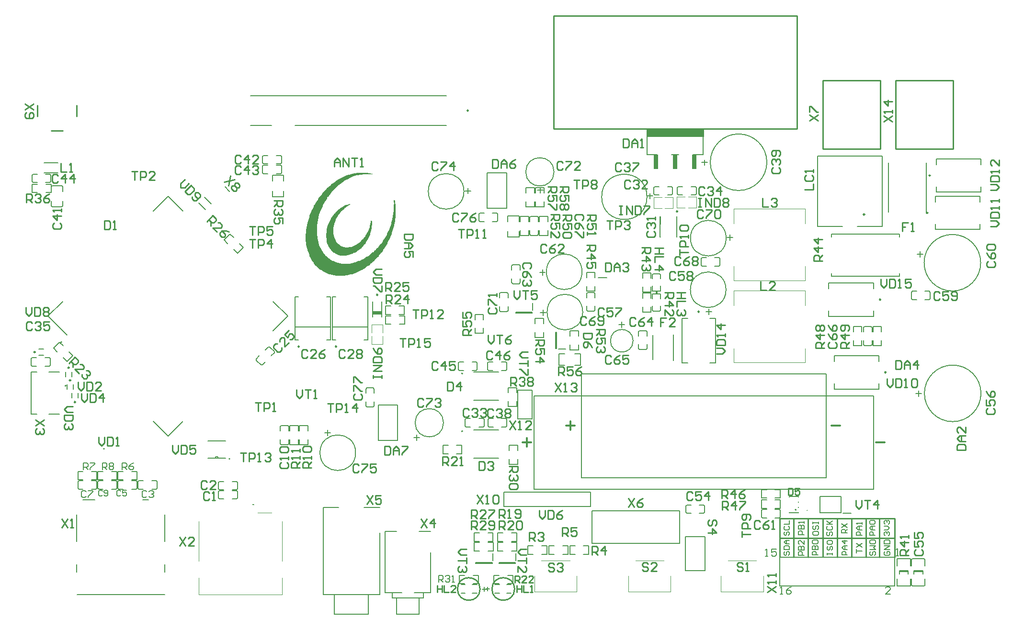
<source format=gto>
G04*
G04 #@! TF.GenerationSoftware,Altium Limited,Altium Designer,19.1.8 (144)*
G04*
G04 Layer_Color=65535*
%FSLAX24Y24*%
%MOIN*%
G70*
G01*
G75*
%ADD10C,0.0100*%
%ADD11C,0.0079*%
%ADD12C,0.0060*%
%ADD13C,0.0098*%
%ADD14C,0.0050*%
%ADD15C,0.0094*%
%ADD16C,0.0059*%
%ADD17C,0.0138*%
%ADD18C,0.0030*%
%ADD19C,0.0039*%
%ADD20C,0.0118*%
%ADD21C,0.0080*%
%ADD22C,0.0087*%
G36*
X67925Y51614D02*
X63925D01*
Y52114D01*
X67925D01*
Y51614D01*
D02*
G37*
G36*
X64744Y49370D02*
X64444D01*
Y50370D01*
X64744D01*
Y49370D01*
D02*
G37*
G36*
X67398Y49364D02*
X67098D01*
Y50364D01*
X67398D01*
Y49364D01*
D02*
G37*
G36*
X66075D02*
X65775D01*
Y50364D01*
X66075D01*
Y49364D01*
D02*
G37*
G36*
X45492Y39252D02*
X44862D01*
Y39488D01*
X45492D01*
Y39252D01*
D02*
G37*
D10*
X54744Y20128D02*
G03*
X54744Y20128I-787J0D01*
G01*
X52343D02*
G03*
X52343Y20128I-787J0D01*
G01*
X26140Y29896D02*
X26175D01*
X20728Y39744D02*
Y39344D01*
X20928Y39144D01*
X21128Y39344D01*
Y39744D01*
X21328D02*
Y39144D01*
X21628D01*
X21728Y39244D01*
Y39644D01*
X21628Y39744D01*
X21328D01*
X21928Y39644D02*
X22028Y39744D01*
X22228D01*
X22328Y39644D01*
Y39544D01*
X22228Y39444D01*
X22328Y39344D01*
Y39244D01*
X22228Y39144D01*
X22028D01*
X21928Y39244D01*
Y39344D01*
X22028Y39444D01*
X21928Y39544D01*
Y39644D01*
X22028Y39444D02*
X22228D01*
X21158Y38640D02*
X21058Y38740D01*
X20858D01*
X20758Y38640D01*
Y38240D01*
X20858Y38140D01*
X21058D01*
X21158Y38240D01*
X21358Y38640D02*
X21458Y38740D01*
X21658D01*
X21758Y38640D01*
Y38540D01*
X21658Y38440D01*
X21558D01*
X21658D01*
X21758Y38340D01*
Y38240D01*
X21658Y38140D01*
X21458D01*
X21358Y38240D01*
X22357Y38740D02*
X21957D01*
Y38440D01*
X22157Y38540D01*
X22257D01*
X22357Y38440D01*
Y38240D01*
X22257Y38140D01*
X22057D01*
X21957Y38240D01*
X24587Y33740D02*
Y33340D01*
X24787Y33140D01*
X24986Y33340D01*
Y33740D01*
X25186D02*
Y33140D01*
X25486D01*
X25586Y33240D01*
Y33640D01*
X25486Y33740D01*
X25186D01*
X26086Y33140D02*
Y33740D01*
X25786Y33440D01*
X26186D01*
X23986Y32854D02*
X23586D01*
X23386Y32654D01*
X23586Y32454D01*
X23986D01*
Y32255D02*
X23386D01*
Y31955D01*
X23486Y31855D01*
X23886D01*
X23986Y31955D01*
Y32255D01*
X23886Y31655D02*
X23986Y31555D01*
Y31355D01*
X23886Y31255D01*
X23786D01*
X23686Y31355D01*
Y31455D01*
Y31355D01*
X23586Y31255D01*
X23486D01*
X23386Y31355D01*
Y31555D01*
X23486Y31655D01*
X42215Y49537D02*
Y49937D01*
X42414Y50137D01*
X42614Y49937D01*
Y49537D01*
Y49837D01*
X42215D01*
X42814Y49537D02*
Y50137D01*
X43214Y49537D01*
Y50137D01*
X43414D02*
X43814D01*
X43614D01*
Y49537D01*
X44014D02*
X44214D01*
X44114D01*
Y50137D01*
X44014Y50037D01*
X39793Y28573D02*
X39193D01*
Y28873D01*
X39293Y28973D01*
X39493D01*
X39593Y28873D01*
Y28573D01*
Y28773D02*
X39793Y28973D01*
Y29173D02*
Y29373D01*
Y29273D01*
X39193D01*
X39293Y29173D01*
X39793Y29672D02*
Y29872D01*
Y29772D01*
X39193D01*
X39293Y29672D01*
X54400Y31830D02*
X54799Y31230D01*
Y31830D02*
X54400Y31230D01*
X54999D02*
X55199D01*
X55099D01*
Y31830D01*
X54999Y31730D01*
X55899Y31230D02*
X55499D01*
X55899Y31630D01*
Y31730D01*
X55799Y31830D01*
X55599D01*
X55499Y31730D01*
X36703Y33119D02*
X37103D01*
X36903D01*
Y32520D01*
X37303D02*
Y33119D01*
X37602D01*
X37702Y33020D01*
Y32820D01*
X37602Y32720D01*
X37303D01*
X37902Y32520D02*
X38102D01*
X38002D01*
Y33119D01*
X37902Y33020D01*
X39560Y34016D02*
Y33617D01*
X39760Y33417D01*
X39960Y33617D01*
Y34016D01*
X40160D02*
X40560D01*
X40360D01*
Y33417D01*
X40760D02*
X40960D01*
X40860D01*
Y34016D01*
X40760Y33916D01*
X40600Y28573D02*
X40001D01*
Y28873D01*
X40101Y28973D01*
X40300D01*
X40400Y28873D01*
Y28573D01*
Y28773D02*
X40600Y28973D01*
Y29173D02*
Y29373D01*
Y29273D01*
X40001D01*
X40101Y29173D01*
Y29672D02*
X40001Y29772D01*
Y29972D01*
X40101Y30072D01*
X40500D01*
X40600Y29972D01*
Y29772D01*
X40500Y29672D01*
X40101D01*
X38496Y28943D02*
X38396Y28843D01*
Y28643D01*
X38496Y28543D01*
X38896D01*
X38996Y28643D01*
Y28843D01*
X38896Y28943D01*
X38996Y29143D02*
Y29343D01*
Y29243D01*
X38396D01*
X38496Y29143D01*
Y29643D02*
X38396Y29743D01*
Y29943D01*
X38496Y30043D01*
X38896D01*
X38996Y29943D01*
Y29743D01*
X38896Y29643D01*
X38496D01*
X51387Y22904D02*
X50987D01*
X50787Y22704D01*
X50987Y22504D01*
X51387D01*
Y22304D02*
Y21904D01*
Y22104D01*
X50787D01*
X51287Y21704D02*
X51387Y21604D01*
Y21404D01*
X51287Y21304D01*
X51187D01*
X51087Y21404D01*
Y21504D01*
Y21404D01*
X50987Y21304D01*
X50887D01*
X50787Y21404D01*
Y21604D01*
X50887Y21704D01*
X51732Y24281D02*
Y24881D01*
X52032D01*
X52132Y24781D01*
Y24581D01*
X52032Y24481D01*
X51732D01*
X51932D02*
X52132Y24281D01*
X52732D02*
X52332D01*
X52732Y24681D01*
Y24781D01*
X52632Y24881D01*
X52432D01*
X52332Y24781D01*
X52932Y24381D02*
X53032Y24281D01*
X53232D01*
X53332Y24381D01*
Y24781D01*
X53232Y24881D01*
X53032D01*
X52932Y24781D01*
Y24681D01*
X53032Y24581D01*
X53332D01*
X51732Y25049D02*
Y25649D01*
X52032D01*
X52132Y25549D01*
Y25349D01*
X52032Y25249D01*
X51732D01*
X51932D02*
X52132Y25049D01*
X52732D02*
X52332D01*
X52732Y25449D01*
Y25549D01*
X52632Y25649D01*
X52432D01*
X52332Y25549D01*
X52932Y25649D02*
X53332D01*
Y25549D01*
X52932Y25149D01*
Y25049D01*
X36289Y45373D02*
X36689D01*
X36489D01*
Y44774D01*
X36889D02*
Y45373D01*
X37189D01*
X37289Y45273D01*
Y45074D01*
X37189Y44974D01*
X36889D01*
X37889Y45373D02*
X37489D01*
Y45074D01*
X37689Y45173D01*
X37789D01*
X37889Y45074D01*
Y44874D01*
X37789Y44774D01*
X37589D01*
X37489Y44874D01*
X36289Y44458D02*
X36689D01*
X36489D01*
Y43858D01*
X36889D02*
Y44458D01*
X37189D01*
X37289Y44358D01*
Y44158D01*
X37189Y44058D01*
X36889D01*
X37789Y43858D02*
Y44458D01*
X37489Y44158D01*
X37889D01*
X72343Y19911D02*
X72943Y20311D01*
X72343D02*
X72943Y19911D01*
Y20511D02*
Y20711D01*
Y20611D01*
X72343D01*
X72443Y20511D01*
X72943Y21011D02*
Y21211D01*
Y21111D01*
X72343D01*
X72443Y21011D01*
X52116Y26682D02*
X52516Y26083D01*
Y26682D02*
X52116Y26083D01*
X52716D02*
X52916D01*
X52816D01*
Y26682D01*
X52716Y26583D01*
X53216D02*
X53316Y26682D01*
X53516D01*
X53616Y26583D01*
Y26183D01*
X53516Y26083D01*
X53316D01*
X53216Y26183D01*
Y26583D01*
X50079Y34547D02*
Y33947D01*
X50379D01*
X50479Y34047D01*
Y34447D01*
X50379Y34547D01*
X50079D01*
X50978Y33947D02*
Y34547D01*
X50679Y34247D01*
X51078D01*
X21279Y53917D02*
X20679Y53517D01*
X21279D02*
X20679Y53917D01*
X20779Y53318D02*
X20679Y53218D01*
Y53018D01*
X20779Y52918D01*
X21179D01*
X21279Y53018D01*
Y53218D01*
X21179Y53318D01*
X21079D01*
X20979Y53218D01*
Y52918D01*
X82175Y22470D02*
X81575D01*
Y22770D01*
X81675Y22870D01*
X81875D01*
X81975Y22770D01*
Y22470D01*
Y22670D02*
X82175Y22870D01*
Y23370D02*
X81575D01*
X81875Y23070D01*
Y23470D01*
X82175Y23670D02*
Y23870D01*
Y23770D01*
X81575D01*
X81675Y23670D01*
X82650Y22870D02*
X82550Y22770D01*
Y22570D01*
X82650Y22470D01*
X83050D01*
X83150Y22570D01*
Y22770D01*
X83050Y22870D01*
X82550Y23470D02*
Y23070D01*
X82850D01*
X82750Y23270D01*
Y23370D01*
X82850Y23470D01*
X83050D01*
X83150Y23370D01*
Y23170D01*
X83050Y23070D01*
X82550Y24070D02*
Y23670D01*
X82850D01*
X82750Y23870D01*
Y23970D01*
X82850Y24070D01*
X83050D01*
X83150Y23970D01*
Y23770D01*
X83050Y23670D01*
X70571Y23740D02*
Y24140D01*
Y23940D01*
X71171D01*
Y24340D02*
X70571D01*
Y24640D01*
X70671Y24740D01*
X70871D01*
X70971Y24640D01*
Y24340D01*
X71071Y24940D02*
X71171Y25040D01*
Y25240D01*
X71071Y25340D01*
X70671D01*
X70571Y25240D01*
Y25040D01*
X70671Y24940D01*
X70771D01*
X70871Y25040D01*
Y25340D01*
X72008Y47352D02*
Y46752D01*
X72408D01*
X72608Y47252D02*
X72708Y47352D01*
X72908D01*
X73008Y47252D01*
Y47152D01*
X72908Y47052D01*
X72808D01*
X72908D01*
X73008Y46952D01*
Y46852D01*
X72908Y46752D01*
X72708D01*
X72608Y46852D01*
X56457Y25600D02*
Y25200D01*
X56657Y25000D01*
X56857Y25200D01*
Y25600D01*
X57056D02*
Y25000D01*
X57356D01*
X57456Y25100D01*
Y25500D01*
X57356Y25600D01*
X57056D01*
X58056D02*
X57856Y25500D01*
X57656Y25300D01*
Y25100D01*
X57756Y25000D01*
X57956D01*
X58056Y25100D01*
Y25200D01*
X57956Y25300D01*
X57656D01*
X61152Y45777D02*
X61551D01*
X61352D01*
Y45177D01*
X61751D02*
Y45777D01*
X62051D01*
X62151Y45677D01*
Y45477D01*
X62051Y45377D01*
X61751D01*
X62351Y45677D02*
X62451Y45777D01*
X62651D01*
X62751Y45677D01*
Y45577D01*
X62651Y45477D01*
X62551D01*
X62651D01*
X62751Y45377D01*
Y45277D01*
X62651Y45177D01*
X62451D01*
X62351Y45277D01*
X57569Y34468D02*
X57969Y33868D01*
Y34468D02*
X57569Y33868D01*
X58169D02*
X58369D01*
X58269D01*
Y34468D01*
X58169Y34368D01*
X58669D02*
X58769Y34468D01*
X58968D01*
X59068Y34368D01*
Y34268D01*
X58968Y34168D01*
X58868D01*
X58968D01*
X59068Y34068D01*
Y33968D01*
X58968Y33868D01*
X58769D01*
X58669Y33968D01*
X41742Y33041D02*
X42142D01*
X41942D01*
Y32441D01*
X42342D02*
Y33041D01*
X42642D01*
X42742Y32941D01*
Y32741D01*
X42642Y32641D01*
X42342D01*
X42942Y32441D02*
X43142D01*
X43042D01*
Y33041D01*
X42942Y32941D01*
X43741Y32441D02*
Y33041D01*
X43442Y32741D01*
X43841D01*
X35659Y29616D02*
X36059D01*
X35859D01*
Y29016D01*
X36259D02*
Y29616D01*
X36559D01*
X36659Y29516D01*
Y29316D01*
X36559Y29216D01*
X36259D01*
X36859Y29016D02*
X37059D01*
X36959D01*
Y29616D01*
X36859Y29516D01*
X37359D02*
X37459Y29616D01*
X37659D01*
X37759Y29516D01*
Y29416D01*
X37659Y29316D01*
X37559D01*
X37659D01*
X37759Y29216D01*
Y29116D01*
X37659Y29016D01*
X37459D01*
X37359Y29116D01*
X47657Y39557D02*
X48057D01*
X47857D01*
Y38957D01*
X48257D02*
Y39557D01*
X48557D01*
X48657Y39457D01*
Y39257D01*
X48557Y39157D01*
X48257D01*
X48857Y38957D02*
X49057D01*
X48957D01*
Y39557D01*
X48857Y39457D01*
X49757Y38957D02*
X49357D01*
X49757Y39357D01*
Y39457D01*
X49657Y39557D01*
X49457D01*
X49357Y39457D01*
X50846Y45157D02*
X51246D01*
X51046D01*
Y44557D01*
X51446D02*
Y45157D01*
X51746D01*
X51846Y45057D01*
Y44857D01*
X51746Y44757D01*
X51446D01*
X52046Y44557D02*
X52246D01*
X52146D01*
Y45157D01*
X52046Y45057D01*
X52546Y44557D02*
X52746D01*
X52646D01*
Y45157D01*
X52546Y45057D01*
X58858Y48602D02*
X59258D01*
X59058D01*
Y48002D01*
X59458D02*
Y48602D01*
X59758D01*
X59858Y48502D01*
Y48302D01*
X59758Y48202D01*
X59458D01*
X60058Y48502D02*
X60158Y48602D01*
X60358D01*
X60458Y48502D01*
Y48402D01*
X60358Y48302D01*
X60458Y48202D01*
Y48102D01*
X60358Y48002D01*
X60158D01*
X60058Y48102D01*
Y48202D01*
X60158Y48302D01*
X60058Y48402D01*
Y48502D01*
X60158Y48302D02*
X60358D01*
X80424Y52657D02*
X81024Y53057D01*
X80424D02*
X81024Y52657D01*
Y53257D02*
Y53457D01*
Y53357D01*
X80424D01*
X80524Y53257D01*
X81024Y54057D02*
X80424D01*
X80724Y53757D01*
Y54157D01*
X34971Y48908D02*
X34830Y48201D01*
X35254Y48626D02*
X34547Y48484D01*
X35325Y48414D02*
X35466D01*
X35608Y48272D01*
Y48131D01*
X35537Y48060D01*
X35396D01*
Y47919D01*
X35325Y47848D01*
X35183D01*
X35042Y47989D01*
Y48131D01*
X35113Y48201D01*
X35254D01*
Y48343D01*
X35325Y48414D01*
X35254Y48201D02*
X35396Y48060D01*
X75266Y52746D02*
X75866Y53146D01*
X75266D02*
X75866Y52746D01*
X75266Y53346D02*
Y53746D01*
X75366D01*
X75766Y53346D01*
X75866D01*
X62657Y26436D02*
X63057Y25837D01*
Y26436D02*
X62657Y25837D01*
X63657Y26436D02*
X63457Y26336D01*
X63257Y26137D01*
Y25937D01*
X63357Y25837D01*
X63557D01*
X63657Y25937D01*
Y26037D01*
X63557Y26137D01*
X63257D01*
X44449Y26633D02*
X44849Y26033D01*
Y26633D02*
X44449Y26033D01*
X45448Y26633D02*
X45049D01*
Y26333D01*
X45249Y26433D01*
X45349D01*
X45448Y26333D01*
Y26133D01*
X45349Y26033D01*
X45149D01*
X45049Y26133D01*
X48218Y24990D02*
X48618Y24390D01*
Y24990D02*
X48218Y24390D01*
X49118D02*
Y24990D01*
X48818Y24690D01*
X49218D01*
X31437Y23749D02*
X31837Y23150D01*
Y23749D02*
X31437Y23150D01*
X32437D02*
X32037D01*
X32437Y23549D01*
Y23649D01*
X32337Y23749D01*
X32137D01*
X32037Y23649D01*
X23238Y24999D02*
X23638Y24400D01*
Y24999D02*
X23238Y24400D01*
X23838D02*
X24038D01*
X23938D01*
Y24999D01*
X23838Y24899D01*
X22007Y31900D02*
X21407Y31500D01*
X22007D02*
X21407Y31900D01*
X21907Y31300D02*
X22007Y31200D01*
Y31000D01*
X21907Y30900D01*
X21807D01*
X21707Y31000D01*
Y31100D01*
Y31000D01*
X21607Y30900D01*
X21507D01*
X21407Y31000D01*
Y31200D01*
X21507Y31300D01*
X55659Y36654D02*
X55259D01*
X55059Y36454D01*
X55259Y36254D01*
X55659D01*
Y36054D02*
Y35654D01*
Y35854D01*
X55059D01*
X55659Y35454D02*
Y35054D01*
X55559D01*
X55159Y35454D01*
X55059D01*
X52894Y37805D02*
Y37405D01*
X53094Y37205D01*
X53294Y37405D01*
Y37805D01*
X53494D02*
X53893D01*
X53693D01*
Y37205D01*
X54493Y37805D02*
X54293Y37705D01*
X54093Y37505D01*
Y37305D01*
X54193Y37205D01*
X54393D01*
X54493Y37305D01*
Y37405D01*
X54393Y37505D01*
X54093D01*
X54705Y40905D02*
Y40505D01*
X54905Y40305D01*
X55105Y40505D01*
Y40905D01*
X55305D02*
X55704D01*
X55504D01*
Y40305D01*
X56304Y40905D02*
X55904D01*
Y40605D01*
X56104Y40705D01*
X56204D01*
X56304Y40605D01*
Y40405D01*
X56204Y40305D01*
X56004D01*
X55904Y40405D01*
X78494Y26289D02*
Y25889D01*
X78694Y25689D01*
X78894Y25889D01*
Y26289D01*
X79094D02*
X79494D01*
X79294D01*
Y25689D01*
X79994D02*
Y26289D01*
X79694Y25989D01*
X80094D01*
X55570Y22913D02*
X55170D01*
X54970Y22713D01*
X55170Y22514D01*
X55570D01*
Y22314D02*
Y21914D01*
Y22114D01*
X54970D01*
Y21314D02*
Y21714D01*
X55370Y21314D01*
X55470D01*
X55570Y21414D01*
Y21614D01*
X55470Y21714D01*
X80236Y41692D02*
Y41292D01*
X80436Y41093D01*
X80636Y41292D01*
Y41692D01*
X80836D02*
Y41093D01*
X81136D01*
X81236Y41192D01*
Y41592D01*
X81136Y41692D01*
X80836D01*
X81436Y41093D02*
X81636D01*
X81536D01*
Y41692D01*
X81436Y41592D01*
X82336Y41692D02*
X81936D01*
Y41392D01*
X82136Y41492D01*
X82236D01*
X82336Y41392D01*
Y41192D01*
X82236Y41093D01*
X82036D01*
X81936Y41192D01*
X68800Y36506D02*
X69200D01*
X69400Y36706D01*
X69200Y36906D01*
X68800D01*
Y37106D02*
X69400D01*
Y37406D01*
X69300Y37506D01*
X68900D01*
X68800Y37406D01*
Y37106D01*
X69400Y37706D02*
Y37905D01*
Y37805D01*
X68800D01*
X68900Y37706D01*
X69400Y38505D02*
X68800D01*
X69100Y38205D01*
Y38605D01*
X87855Y47913D02*
X88255D01*
X88455Y48113D01*
X88255Y48313D01*
X87855D01*
Y48513D02*
X88455D01*
Y48813D01*
X88355Y48913D01*
X87955D01*
X87855Y48813D01*
Y48513D01*
X88455Y49113D02*
Y49313D01*
Y49213D01*
X87855D01*
X87955Y49113D01*
X88455Y50013D02*
Y49613D01*
X88055Y50013D01*
X87955D01*
X87855Y49913D01*
Y49713D01*
X87955Y49613D01*
X87855Y45374D02*
X88255D01*
X88455Y45574D01*
X88255Y45774D01*
X87855D01*
Y45974D02*
X88455D01*
Y46274D01*
X88355Y46374D01*
X87955D01*
X87855Y46274D01*
Y45974D01*
X88455Y46574D02*
Y46774D01*
Y46674D01*
X87855D01*
X87955Y46574D01*
X88455Y47073D02*
Y47273D01*
Y47173D01*
X87855D01*
X87955Y47073D01*
X80669Y34783D02*
Y34383D01*
X80869Y34183D01*
X81069Y34383D01*
Y34783D01*
X81269D02*
Y34183D01*
X81569D01*
X81669Y34283D01*
Y34683D01*
X81569Y34783D01*
X81269D01*
X81869Y34183D02*
X82069D01*
X81969D01*
Y34783D01*
X81869Y34683D01*
X82369D02*
X82469Y34783D01*
X82669D01*
X82769Y34683D01*
Y34283D01*
X82669Y34183D01*
X82469D01*
X82369Y34283D01*
Y34683D01*
X31792Y48652D02*
X31509Y48370D01*
Y48087D01*
X31792Y48087D01*
X32075Y48370D01*
X32216Y48228D02*
X31792Y47804D01*
X32004Y47592D01*
X32146D01*
X32428Y47875D01*
Y48016D01*
X32216Y48228D01*
X32287Y47451D02*
Y47309D01*
X32428Y47168D01*
X32570D01*
X32853Y47451D01*
Y47592D01*
X32711Y47734D01*
X32570D01*
X32499Y47663D01*
Y47521D01*
X32711Y47309D01*
X45482Y42421D02*
X45082D01*
X44882Y42221D01*
X45082Y42021D01*
X45482D01*
Y41821D02*
X44882D01*
Y41522D01*
X44982Y41422D01*
X45382D01*
X45482Y41522D01*
Y41821D01*
Y41222D02*
Y40822D01*
X45382D01*
X44982Y41222D01*
X44882D01*
X30925Y30137D02*
Y29737D01*
X31125Y29537D01*
X31325Y29737D01*
Y30137D01*
X31525D02*
Y29537D01*
X31825D01*
X31925Y29637D01*
Y30037D01*
X31825Y30137D01*
X31525D01*
X32525D02*
X32125D01*
Y29837D01*
X32325Y29937D01*
X32425D01*
X32525Y29837D01*
Y29637D01*
X32425Y29537D01*
X32225D01*
X32125Y29637D01*
X24370Y34537D02*
Y34137D01*
X24570Y33937D01*
X24770Y34137D01*
Y34537D01*
X24970D02*
Y33937D01*
X25270D01*
X25370Y34037D01*
Y34437D01*
X25270Y34537D01*
X24970D01*
X25970Y33937D02*
X25570D01*
X25970Y34337D01*
Y34437D01*
X25870Y34537D01*
X25670D01*
X25570Y34437D01*
X25787Y30698D02*
Y30298D01*
X25987Y30098D01*
X26187Y30298D01*
Y30698D01*
X26387D02*
Y30098D01*
X26687D01*
X26787Y30198D01*
Y30598D01*
X26687Y30698D01*
X26387D01*
X26987Y30098D02*
X27187D01*
X27087D01*
Y30698D01*
X26987Y30598D01*
X52264Y29015D02*
Y28415D01*
X52564D01*
X52664Y28515D01*
Y28915D01*
X52564Y29015D01*
X52264D01*
X52864Y28915D02*
X52964Y29015D01*
X53163D01*
X53263Y28915D01*
Y28815D01*
X53163Y28715D01*
X53064D01*
X53163D01*
X53263Y28615D01*
Y28515D01*
X53163Y28415D01*
X52964D01*
X52864Y28515D01*
X46752Y37568D02*
X47152D01*
X46952D01*
Y36969D01*
X47352D02*
Y37568D01*
X47652D01*
X47752Y37468D01*
Y37268D01*
X47652Y37168D01*
X47352D01*
X47952Y36969D02*
X48152D01*
X48052D01*
Y37568D01*
X47952Y37468D01*
X48851Y37568D02*
X48451D01*
Y37268D01*
X48651Y37368D01*
X48751D01*
X48851Y37268D01*
Y37068D01*
X48751Y36969D01*
X48551D01*
X48451Y37068D01*
X66231Y43356D02*
Y43756D01*
Y43556D01*
X66831D01*
Y43956D02*
X66231D01*
Y44256D01*
X66331Y44356D01*
X66531D01*
X66631Y44256D01*
Y43956D01*
X66831Y44556D02*
Y44756D01*
Y44656D01*
X66231D01*
X66331Y44556D01*
Y45056D02*
X66231Y45156D01*
Y45356D01*
X66331Y45456D01*
X66731D01*
X66831Y45356D01*
Y45156D01*
X66731Y45056D01*
X66331D01*
X28110Y49202D02*
X28510D01*
X28310D01*
Y48602D01*
X28710D02*
Y49202D01*
X29010D01*
X29110Y49102D01*
Y48902D01*
X29010Y48802D01*
X28710D01*
X29710Y48602D02*
X29310D01*
X29710Y49002D01*
Y49102D01*
X29610Y49202D01*
X29410D01*
X29310Y49102D01*
X68689Y24551D02*
X68789Y24651D01*
Y24851D01*
X68689Y24951D01*
X68589D01*
X68489Y24851D01*
Y24651D01*
X68389Y24551D01*
X68289D01*
X68189Y24651D01*
Y24851D01*
X68289Y24951D01*
X68189Y24051D02*
X68789D01*
X68489Y24351D01*
Y23951D01*
X57496Y21848D02*
X57396Y21948D01*
X57196D01*
X57096Y21848D01*
Y21748D01*
X57196Y21648D01*
X57396D01*
X57496Y21548D01*
Y21448D01*
X57396Y21348D01*
X57196D01*
X57096Y21448D01*
X57696Y21848D02*
X57796Y21948D01*
X57996D01*
X58096Y21848D01*
Y21748D01*
X57996Y21648D01*
X57896D01*
X57996D01*
X58096Y21548D01*
Y21448D01*
X57996Y21348D01*
X57796D01*
X57696Y21448D01*
X64042Y21888D02*
X63942Y21988D01*
X63742D01*
X63642Y21888D01*
Y21788D01*
X63742Y21688D01*
X63942D01*
X64042Y21588D01*
Y21488D01*
X63942Y21388D01*
X63742D01*
X63642Y21488D01*
X64641Y21388D02*
X64242D01*
X64641Y21788D01*
Y21888D01*
X64541Y21988D01*
X64342D01*
X64242Y21888D01*
X70646Y21868D02*
X70546Y21968D01*
X70346D01*
X70246Y21868D01*
Y21768D01*
X70346Y21668D01*
X70546D01*
X70646Y21568D01*
Y21468D01*
X70546Y21368D01*
X70346D01*
X70246Y21468D01*
X70846Y21368D02*
X71046D01*
X70946D01*
Y21968D01*
X70846Y21868D01*
X57913Y48130D02*
X58513D01*
Y47830D01*
X58413Y47730D01*
X58213D01*
X58113Y47830D01*
Y48130D01*
Y47930D02*
X57913Y47730D01*
X58513Y47130D02*
Y47530D01*
X58213D01*
X58313Y47330D01*
Y47230D01*
X58213Y47130D01*
X58013D01*
X57913Y47230D01*
Y47430D01*
X58013Y47530D01*
X58413Y46930D02*
X58513Y46830D01*
Y46630D01*
X58413Y46530D01*
X58313D01*
X58213Y46630D01*
X58113Y46530D01*
X58013D01*
X57913Y46630D01*
Y46830D01*
X58013Y46930D01*
X58113D01*
X58213Y46830D01*
X58313Y46930D01*
X58413D01*
X58213Y46830D02*
Y46630D01*
X57057Y48140D02*
X57657D01*
Y47840D01*
X57557Y47740D01*
X57357D01*
X57257Y47840D01*
Y48140D01*
Y47940D02*
X57057Y47740D01*
X57657Y47140D02*
Y47540D01*
X57357D01*
X57457Y47340D01*
Y47240D01*
X57357Y47140D01*
X57157D01*
X57057Y47240D01*
Y47440D01*
X57157Y47540D01*
X57657Y46940D02*
Y46540D01*
X57557D01*
X57157Y46940D01*
X57057D01*
X51732Y37805D02*
X51132D01*
Y38105D01*
X51232Y38205D01*
X51432D01*
X51532Y38105D01*
Y37805D01*
Y38005D02*
X51732Y38205D01*
X51132Y38805D02*
Y38405D01*
X51432D01*
X51332Y38605D01*
Y38705D01*
X51432Y38805D01*
X51632D01*
X51732Y38705D01*
Y38505D01*
X51632Y38405D01*
X51132Y39405D02*
Y39005D01*
X51432D01*
X51332Y39205D01*
Y39305D01*
X51432Y39405D01*
X51632D01*
X51732Y39305D01*
Y39105D01*
X51632Y39005D01*
X57815Y35000D02*
Y35600D01*
X58115D01*
X58215Y35500D01*
Y35300D01*
X58115Y35200D01*
X57815D01*
X58015D02*
X58215Y35000D01*
X58815Y35600D02*
X58415D01*
Y35300D01*
X58615Y35400D01*
X58715D01*
X58815Y35300D01*
Y35100D01*
X58715Y35000D01*
X58515D01*
X58415Y35100D01*
X59414Y35600D02*
X59215Y35500D01*
X59015Y35300D01*
Y35100D01*
X59115Y35000D01*
X59314D01*
X59414Y35100D01*
Y35200D01*
X59314Y35300D01*
X59015D01*
X56191Y37461D02*
X56791D01*
Y37161D01*
X56691Y37061D01*
X56491D01*
X56391Y37161D01*
Y37461D01*
Y37261D02*
X56191Y37061D01*
X56791Y36461D02*
Y36861D01*
X56491D01*
X56591Y36661D01*
Y36561D01*
X56491Y36461D01*
X56291D01*
X56191Y36561D01*
Y36761D01*
X56291Y36861D01*
X56191Y35961D02*
X56791D01*
X56491Y36261D01*
Y35861D01*
X60443Y38209D02*
X61043D01*
Y37909D01*
X60943Y37809D01*
X60743D01*
X60643Y37909D01*
Y38209D01*
Y38009D02*
X60443Y37809D01*
X61043Y37209D02*
Y37609D01*
X60743D01*
X60843Y37409D01*
Y37309D01*
X60743Y37209D01*
X60543D01*
X60443Y37309D01*
Y37509D01*
X60543Y37609D01*
X60943Y37009D02*
X61043Y36909D01*
Y36709D01*
X60943Y36609D01*
X60843D01*
X60743Y36709D01*
Y36809D01*
Y36709D01*
X60643Y36609D01*
X60543D01*
X60443Y36709D01*
Y36909D01*
X60543Y37009D01*
X57264Y46201D02*
X57864D01*
Y45901D01*
X57764Y45801D01*
X57564D01*
X57464Y45901D01*
Y46201D01*
Y46001D02*
X57264Y45801D01*
X57864Y45201D02*
Y45601D01*
X57564D01*
X57664Y45401D01*
Y45301D01*
X57564Y45201D01*
X57364D01*
X57264Y45301D01*
Y45501D01*
X57364Y45601D01*
X57264Y44601D02*
Y45001D01*
X57664Y44601D01*
X57764D01*
X57864Y44701D01*
Y44901D01*
X57764Y45001D01*
X59813Y46171D02*
X60413D01*
Y45871D01*
X60313Y45771D01*
X60113D01*
X60013Y45871D01*
Y46171D01*
Y45971D02*
X59813Y45771D01*
X60413Y45172D02*
Y45571D01*
X60113D01*
X60213Y45372D01*
Y45272D01*
X60113Y45172D01*
X59913D01*
X59813Y45272D01*
Y45471D01*
X59913Y45571D01*
X59813Y44972D02*
Y44772D01*
Y44872D01*
X60413D01*
X60313Y44972D01*
X58100Y46181D02*
X58700D01*
Y45881D01*
X58600Y45781D01*
X58400D01*
X58300Y45881D01*
Y46181D01*
Y45981D02*
X58100Y45781D01*
X58700Y45181D02*
Y45581D01*
X58400D01*
X58500Y45381D01*
Y45281D01*
X58400Y45181D01*
X58200D01*
X58100Y45281D01*
Y45481D01*
X58200Y45581D01*
X58600Y44981D02*
X58700Y44882D01*
Y44682D01*
X58600Y44582D01*
X58200D01*
X58100Y44682D01*
Y44882D01*
X58200Y44981D01*
X58600D01*
X78041Y36909D02*
X77442D01*
Y37209D01*
X77541Y37309D01*
X77741D01*
X77841Y37209D01*
Y36909D01*
Y37109D02*
X78041Y37309D01*
Y37809D02*
X77442D01*
X77741Y37509D01*
Y37909D01*
X77941Y38109D02*
X78041Y38209D01*
Y38409D01*
X77941Y38509D01*
X77541D01*
X77442Y38409D01*
Y38209D01*
X77541Y38109D01*
X77641D01*
X77741Y38209D01*
Y38509D01*
X76299Y36909D02*
X75699D01*
Y37209D01*
X75799Y37309D01*
X75999D01*
X76099Y37209D01*
Y36909D01*
Y37109D02*
X76299Y37309D01*
Y37809D02*
X75699D01*
X75999Y37509D01*
Y37909D01*
X75799Y38109D02*
X75699Y38209D01*
Y38409D01*
X75799Y38509D01*
X75899D01*
X75999Y38409D01*
X76099Y38509D01*
X76199D01*
X76299Y38409D01*
Y38209D01*
X76199Y38109D01*
X76099D01*
X75999Y38209D01*
X75899Y38109D01*
X75799D01*
X75999Y38209D02*
Y38409D01*
X69183Y25640D02*
Y26240D01*
X69483D01*
X69583Y26140D01*
Y25940D01*
X69483Y25840D01*
X69183D01*
X69383D02*
X69583Y25640D01*
X70083D02*
Y26240D01*
X69783Y25940D01*
X70183D01*
X70383Y26240D02*
X70783D01*
Y26140D01*
X70383Y25740D01*
Y25640D01*
X69173Y26427D02*
Y27027D01*
X69473D01*
X69573Y26927D01*
Y26727D01*
X69473Y26627D01*
X69173D01*
X69373D02*
X69573Y26427D01*
X70073D02*
Y27027D01*
X69773Y26727D01*
X70173D01*
X70773Y27027D02*
X70573Y26927D01*
X70373Y26727D01*
Y26527D01*
X70473Y26427D01*
X70673D01*
X70773Y26527D01*
Y26627D01*
X70673Y26727D01*
X70373D01*
X59754Y44075D02*
X60354D01*
Y43775D01*
X60254Y43675D01*
X60054D01*
X59954Y43775D01*
Y44075D01*
Y43875D02*
X59754Y43675D01*
Y43175D02*
X60354D01*
X60054Y43475D01*
Y43075D01*
X60354Y42475D02*
Y42875D01*
X60054D01*
X60154Y42675D01*
Y42575D01*
X60054Y42475D01*
X59854D01*
X59754Y42575D01*
Y42775D01*
X59854Y42875D01*
X76161Y42972D02*
X75562D01*
Y43272D01*
X75662Y43372D01*
X75862D01*
X75961Y43272D01*
Y42972D01*
Y43172D02*
X76161Y43372D01*
Y43872D02*
X75562D01*
X75862Y43572D01*
Y43972D01*
X76161Y44472D02*
X75562D01*
X75862Y44172D01*
Y44572D01*
X63612Y43917D02*
X64212D01*
Y43617D01*
X64112Y43517D01*
X63912D01*
X63812Y43617D01*
Y43917D01*
Y43717D02*
X63612Y43517D01*
Y43018D02*
X64212D01*
X63912Y43318D01*
Y42918D01*
X64112Y42718D02*
X64212Y42618D01*
Y42418D01*
X64112Y42318D01*
X64012D01*
X63912Y42418D01*
Y42518D01*
Y42418D01*
X63812Y42318D01*
X63712D01*
X63612Y42418D01*
Y42618D01*
X63712Y42718D01*
X65207Y40778D02*
X65806D01*
Y40478D01*
X65707Y40378D01*
X65507D01*
X65407Y40478D01*
Y40778D01*
Y40578D02*
X65207Y40378D01*
Y39878D02*
X65806D01*
X65507Y40178D01*
Y39778D01*
X65207Y39178D02*
Y39578D01*
X65607Y39178D01*
X65707D01*
X65806Y39278D01*
Y39478D01*
X65707Y39578D01*
X54449Y34281D02*
Y34881D01*
X54749D01*
X54849Y34781D01*
Y34581D01*
X54749Y34481D01*
X54449D01*
X54649D02*
X54849Y34281D01*
X55049Y34781D02*
X55149Y34881D01*
X55349D01*
X55448Y34781D01*
Y34681D01*
X55349Y34581D01*
X55249D01*
X55349D01*
X55448Y34481D01*
Y34381D01*
X55349Y34281D01*
X55149D01*
X55049Y34381D01*
X55648Y34781D02*
X55748Y34881D01*
X55948D01*
X56048Y34781D01*
Y34681D01*
X55948Y34581D01*
X56048Y34481D01*
Y34381D01*
X55948Y34281D01*
X55748D01*
X55648Y34381D01*
Y34481D01*
X55748Y34581D01*
X55648Y34681D01*
Y34781D01*
X55748Y34581D02*
X55948D01*
X20768Y47047D02*
Y47647D01*
X21068D01*
X21168Y47547D01*
Y47347D01*
X21068Y47247D01*
X20768D01*
X20968D02*
X21168Y47047D01*
X21368Y47547D02*
X21467Y47647D01*
X21667D01*
X21767Y47547D01*
Y47447D01*
X21667Y47347D01*
X21567D01*
X21667D01*
X21767Y47247D01*
Y47147D01*
X21667Y47047D01*
X21467D01*
X21368Y47147D01*
X22367Y47647D02*
X22167Y47547D01*
X21967Y47347D01*
Y47147D01*
X22067Y47047D01*
X22267D01*
X22367Y47147D01*
Y47247D01*
X22267Y47347D01*
X21967D01*
X37982Y47165D02*
X38582D01*
Y46865D01*
X38482Y46765D01*
X38282D01*
X38182Y46865D01*
Y47165D01*
Y46965D02*
X37982Y46765D01*
X38482Y46566D02*
X38582Y46466D01*
Y46266D01*
X38482Y46166D01*
X38382D01*
X38282Y46266D01*
Y46366D01*
Y46266D01*
X38182Y46166D01*
X38082D01*
X37982Y46266D01*
Y46466D01*
X38082Y46566D01*
X38582Y45566D02*
Y45966D01*
X38282D01*
X38382Y45766D01*
Y45666D01*
X38282Y45566D01*
X38082D01*
X37982Y45666D01*
Y45866D01*
X38082Y45966D01*
X54360Y28671D02*
X54960D01*
Y28371D01*
X54860Y28271D01*
X54660D01*
X54560Y28371D01*
Y28671D01*
Y28471D02*
X54360Y28271D01*
X54860Y28071D02*
X54960Y27971D01*
Y27772D01*
X54860Y27672D01*
X54760D01*
X54660Y27772D01*
Y27872D01*
Y27772D01*
X54560Y27672D01*
X54460D01*
X54360Y27772D01*
Y27971D01*
X54460Y28071D01*
X54860Y27472D02*
X54960Y27372D01*
Y27172D01*
X54860Y27072D01*
X54460D01*
X54360Y27172D01*
Y27372D01*
X54460Y27472D01*
X54860D01*
X53661Y24272D02*
Y24871D01*
X53961D01*
X54061Y24771D01*
Y24572D01*
X53961Y24472D01*
X53661D01*
X53861D02*
X54061Y24272D01*
X54661D02*
X54261D01*
X54661Y24672D01*
Y24771D01*
X54561Y24871D01*
X54361D01*
X54261Y24771D01*
X54861D02*
X54961Y24871D01*
X55161D01*
X55261Y24771D01*
Y24372D01*
X55161Y24272D01*
X54961D01*
X54861Y24372D01*
Y24771D01*
X33317Y45699D02*
X33741Y46123D01*
X33953Y45911D01*
Y45770D01*
X33812Y45628D01*
X33670D01*
X33458Y45840D01*
X33600Y45699D02*
Y45416D01*
X34024Y44992D02*
X33741Y45275D01*
X34307D01*
X34377Y45345D01*
Y45487D01*
X34236Y45628D01*
X34095D01*
X34872Y44992D02*
X34660Y45063D01*
X34377D01*
X34236Y44921D01*
Y44780D01*
X34377Y44639D01*
X34519D01*
X34589Y44709D01*
Y44851D01*
X34377Y45063D01*
X45758Y40876D02*
Y41476D01*
X46058D01*
X46158Y41376D01*
Y41176D01*
X46058Y41076D01*
X45758D01*
X45958D02*
X46158Y40876D01*
X46758D02*
X46358D01*
X46758Y41276D01*
Y41376D01*
X46658Y41476D01*
X46458D01*
X46358Y41376D01*
X47357Y41476D02*
X46957D01*
Y41176D01*
X47157Y41276D01*
X47257D01*
X47357Y41176D01*
Y40976D01*
X47257Y40876D01*
X47057D01*
X46957Y40976D01*
X45807Y40010D02*
Y40610D01*
X46107D01*
X46207Y40510D01*
Y40310D01*
X46107Y40210D01*
X45807D01*
X46007D02*
X46207Y40010D01*
X46807D02*
X46407D01*
X46807Y40410D01*
Y40510D01*
X46707Y40610D01*
X46507D01*
X46407Y40510D01*
X47307Y40010D02*
Y40610D01*
X47007Y40310D01*
X47407D01*
X23720Y35846D02*
X24145Y36271D01*
X24357Y36059D01*
Y35917D01*
X24215Y35776D01*
X24074D01*
X23862Y35988D01*
X24003Y35846D02*
Y35564D01*
X24427Y35140D02*
X24145Y35422D01*
X24710D01*
X24781Y35493D01*
Y35634D01*
X24639Y35776D01*
X24498D01*
X24922Y35352D02*
X25064D01*
X25205Y35210D01*
Y35069D01*
X25134Y34998D01*
X24993D01*
X24922Y35069D01*
X24993Y34998D01*
Y34857D01*
X24922Y34786D01*
X24781D01*
X24639Y34928D01*
Y35069D01*
X53652Y25069D02*
Y25669D01*
X53951D01*
X54051Y25569D01*
Y25369D01*
X53951Y25269D01*
X53652D01*
X53852D02*
X54051Y25069D01*
X54251D02*
X54451D01*
X54351D01*
Y25669D01*
X54251Y25569D01*
X54751Y25169D02*
X54851Y25069D01*
X55051D01*
X55151Y25169D01*
Y25569D01*
X55051Y25669D01*
X54851D01*
X54751Y25569D01*
Y25469D01*
X54851Y25369D01*
X55151D01*
X49734Y28730D02*
Y29330D01*
X50034D01*
X50134Y29230D01*
Y29030D01*
X50034Y28930D01*
X49734D01*
X49934D02*
X50134Y28730D01*
X50734D02*
X50334D01*
X50734Y29130D01*
Y29230D01*
X50634Y29330D01*
X50434D01*
X50334Y29230D01*
X50934Y28730D02*
X51134D01*
X51034D01*
Y29330D01*
X50934Y29230D01*
X58051Y23819D02*
Y24419D01*
X58351D01*
X58451Y24319D01*
Y24119D01*
X58351Y24019D01*
X58051D01*
X58251D02*
X58451Y23819D01*
X59051Y24419D02*
X58651D01*
Y24119D01*
X58851Y24219D01*
X58951D01*
X59051Y24119D01*
Y23919D01*
X58951Y23819D01*
X58751D01*
X58651Y23919D01*
X60138Y22520D02*
Y23119D01*
X60438D01*
X60538Y23020D01*
Y22820D01*
X60438Y22720D01*
X60138D01*
X60338D02*
X60538Y22520D01*
X61038D02*
Y23119D01*
X60738Y22820D01*
X61137D01*
X55750Y23460D02*
Y24060D01*
X56050D01*
X56150Y23960D01*
Y23760D01*
X56050Y23660D01*
X55750D01*
X55950D02*
X56150Y23460D01*
X56350Y23960D02*
X56450Y24060D01*
X56650D01*
X56750Y23960D01*
Y23860D01*
X56650Y23760D01*
X56550D01*
X56650D01*
X56750Y23660D01*
Y23560D01*
X56650Y23460D01*
X56450D01*
X56350Y23560D01*
X74922Y47943D02*
X75522D01*
Y48343D01*
X75022Y48943D02*
X74922Y48843D01*
Y48643D01*
X75022Y48543D01*
X75422D01*
X75522Y48643D01*
Y48843D01*
X75422Y48943D01*
X75522Y49143D02*
Y49342D01*
Y49242D01*
X74922D01*
X75022Y49143D01*
X71880Y41555D02*
Y40955D01*
X72280D01*
X72880D02*
X72480D01*
X72880Y41355D01*
Y41455D01*
X72780Y41555D01*
X72580D01*
X72480Y41455D01*
X23169Y49763D02*
Y49163D01*
X23569D01*
X23769D02*
X23969D01*
X23869D01*
Y49763D01*
X23769Y49663D01*
X67530Y47352D02*
X67729D01*
X67629D01*
Y46752D01*
X67530D01*
X67729D01*
X68029D02*
Y47352D01*
X68429Y46752D01*
Y47352D01*
X68629D02*
Y46752D01*
X68929D01*
X69029Y46852D01*
Y47252D01*
X68929Y47352D01*
X68629D01*
X69229Y47252D02*
X69329Y47352D01*
X69529D01*
X69629Y47252D01*
Y47152D01*
X69529Y47052D01*
X69629Y46952D01*
Y46852D01*
X69529Y46752D01*
X69329D01*
X69229Y46852D01*
Y46952D01*
X69329Y47052D01*
X69229Y47152D01*
Y47252D01*
X69329Y47052D02*
X69529D01*
X62047Y46810D02*
X62247D01*
X62147D01*
Y46211D01*
X62047D01*
X62247D01*
X62547D02*
Y46810D01*
X62947Y46211D01*
Y46810D01*
X63147D02*
Y46211D01*
X63447D01*
X63547Y46311D01*
Y46710D01*
X63447Y46810D01*
X63147D01*
X63747D02*
X64147D01*
Y46710D01*
X63747Y46311D01*
Y46211D01*
X44912Y34803D02*
Y35003D01*
Y34903D01*
X45512D01*
Y34803D01*
Y35003D01*
Y35303D02*
X44912D01*
X45512Y35703D01*
X44912D01*
Y35903D02*
X45512D01*
Y36203D01*
X45412Y36303D01*
X45012D01*
X44912Y36203D01*
Y35903D01*
Y36902D02*
X45012Y36703D01*
X45212Y36503D01*
X45412D01*
X45512Y36603D01*
Y36802D01*
X45412Y36902D01*
X45312D01*
X45212Y36802D01*
Y36503D01*
X65108Y43858D02*
X64508D01*
X64808D01*
Y43458D01*
X65108D01*
X64508D01*
X65108Y43258D02*
X64508D01*
Y42859D01*
Y42359D02*
X65108D01*
X64808Y42659D01*
Y42259D01*
X66643Y40778D02*
X66043D01*
X66343D01*
Y40378D01*
X66643D01*
X66043D01*
X66643Y40178D02*
X66043D01*
Y39778D01*
X66543Y39578D02*
X66643Y39478D01*
Y39278D01*
X66543Y39178D01*
X66443D01*
X66343Y39278D01*
Y39378D01*
Y39278D01*
X66243Y39178D01*
X66143D01*
X66043Y39278D01*
Y39478D01*
X66143Y39578D01*
X65301Y39005D02*
X64902D01*
Y38705D01*
X65102D01*
X64902D01*
Y38406D01*
X65901D02*
X65501D01*
X65901Y38805D01*
Y38905D01*
X65801Y39005D01*
X65601D01*
X65501Y38905D01*
X82142Y45639D02*
X81742D01*
Y45339D01*
X81942D01*
X81742D01*
Y45039D01*
X82342D02*
X82542D01*
X82442D01*
Y45639D01*
X82342Y45539D01*
X45699Y30088D02*
Y29488D01*
X45999D01*
X46099Y29588D01*
Y29988D01*
X45999Y30088D01*
X45699D01*
X46299Y29488D02*
Y29888D01*
X46499Y30088D01*
X46698Y29888D01*
Y29488D01*
Y29788D01*
X46299D01*
X46898Y30088D02*
X47298D01*
Y29988D01*
X46898Y29588D01*
Y29488D01*
X53209Y50049D02*
Y49449D01*
X53509D01*
X53609Y49549D01*
Y49949D01*
X53509Y50049D01*
X53209D01*
X53808Y49449D02*
Y49849D01*
X54008Y50049D01*
X54208Y49849D01*
Y49449D01*
Y49749D01*
X53808D01*
X54808Y50049D02*
X54608Y49949D01*
X54408Y49749D01*
Y49549D01*
X54508Y49449D01*
X54708D01*
X54808Y49549D01*
Y49649D01*
X54708Y49749D01*
X54408D01*
X47667Y44852D02*
X47067D01*
Y44552D01*
X47167Y44452D01*
X47567D01*
X47667Y44552D01*
Y44852D01*
X47067Y44253D02*
X47467D01*
X47667Y44053D01*
X47467Y43853D01*
X47067D01*
X47367D01*
Y44253D01*
X47667Y43253D02*
Y43653D01*
X47367D01*
X47467Y43453D01*
Y43353D01*
X47367Y43253D01*
X47167D01*
X47067Y43353D01*
Y43553D01*
X47167Y43653D01*
X81260Y36033D02*
Y35433D01*
X81560D01*
X81660Y35533D01*
Y35933D01*
X81560Y36033D01*
X81260D01*
X81860Y35433D02*
Y35833D01*
X82060Y36033D01*
X82260Y35833D01*
Y35433D01*
Y35733D01*
X81860D01*
X82759Y35433D02*
Y36033D01*
X82459Y35733D01*
X82859D01*
X61073Y42854D02*
Y42254D01*
X61373D01*
X61473Y42354D01*
Y42754D01*
X61373Y42854D01*
X61073D01*
X61673Y42254D02*
Y42654D01*
X61873Y42854D01*
X62073Y42654D01*
Y42254D01*
Y42554D01*
X61673D01*
X62272Y42754D02*
X62372Y42854D01*
X62572D01*
X62672Y42754D01*
Y42654D01*
X62572Y42554D01*
X62472D01*
X62572D01*
X62672Y42454D01*
Y42354D01*
X62572Y42254D01*
X62372D01*
X62272Y42354D01*
X85542Y29793D02*
X86142D01*
Y30093D01*
X86042Y30193D01*
X85642D01*
X85542Y30093D01*
Y29793D01*
X86142Y30393D02*
X85742D01*
X85542Y30593D01*
X85742Y30793D01*
X86142D01*
X85842D01*
Y30393D01*
X86142Y31393D02*
Y30993D01*
X85742Y31393D01*
X85642D01*
X85542Y31293D01*
Y31093D01*
X85642Y30993D01*
X62313Y51486D02*
Y50886D01*
X62613D01*
X62713Y50986D01*
Y51386D01*
X62613Y51486D01*
X62313D01*
X62913Y50886D02*
Y51286D01*
X63113Y51486D01*
X63313Y51286D01*
Y50886D01*
Y51186D01*
X62913D01*
X63513Y50886D02*
X63713D01*
X63613D01*
Y51486D01*
X63513Y51386D01*
X60118Y37923D02*
X59518D01*
Y37623D01*
X59618Y37523D01*
X60018D01*
X60118Y37623D01*
Y37923D01*
Y36924D02*
X60018Y37123D01*
X59818Y37323D01*
X59618D01*
X59518Y37223D01*
Y37024D01*
X59618Y36924D01*
X59718D01*
X59818Y37024D01*
Y37323D01*
X26211Y45777D02*
Y45177D01*
X26511D01*
X26611Y45277D01*
Y45677D01*
X26511Y45777D01*
X26211D01*
X26810Y45177D02*
X27010D01*
X26910D01*
Y45777D01*
X26810Y45677D01*
X43624Y33717D02*
X43524Y33617D01*
Y33417D01*
X43624Y33317D01*
X44024D01*
X44124Y33417D01*
Y33617D01*
X44024Y33717D01*
X43524Y33917D02*
Y34317D01*
X43624D01*
X44024Y33917D01*
X44124D01*
X43524Y34517D02*
Y34916D01*
X43624D01*
X44024Y34517D01*
X44124D01*
X50833Y46218D02*
X50733Y46318D01*
X50533D01*
X50433Y46218D01*
Y45818D01*
X50533Y45718D01*
X50733D01*
X50833Y45818D01*
X51033Y46318D02*
X51433D01*
Y46218D01*
X51033Y45818D01*
Y45718D01*
X52033Y46318D02*
X51833Y46218D01*
X51633Y46018D01*
Y45818D01*
X51733Y45718D01*
X51933D01*
X52033Y45818D01*
Y45918D01*
X51933Y46018D01*
X51633D01*
X43884Y28748D02*
X43784Y28848D01*
X43584D01*
X43484Y28748D01*
Y28348D01*
X43584Y28248D01*
X43784D01*
X43884Y28348D01*
X44084Y28848D02*
X44484D01*
Y28748D01*
X44084Y28348D01*
Y28248D01*
X45084Y28848D02*
X44684D01*
Y28548D01*
X44884Y28648D01*
X44984D01*
X45084Y28548D01*
Y28348D01*
X44984Y28248D01*
X44784D01*
X44684Y28348D01*
X49386Y49781D02*
X49286Y49881D01*
X49086D01*
X48986Y49781D01*
Y49381D01*
X49086Y49282D01*
X49286D01*
X49386Y49381D01*
X49586Y49881D02*
X49986D01*
Y49781D01*
X49586Y49381D01*
Y49282D01*
X50486D02*
Y49881D01*
X50186Y49581D01*
X50586D01*
X48392Y33315D02*
X48292Y33415D01*
X48092D01*
X47992Y33315D01*
Y32915D01*
X48092Y32815D01*
X48292D01*
X48392Y32915D01*
X48592Y33415D02*
X48992D01*
Y33315D01*
X48592Y32915D01*
Y32815D01*
X49192Y33315D02*
X49292Y33415D01*
X49492D01*
X49592Y33315D01*
Y33215D01*
X49492Y33115D01*
X49392D01*
X49492D01*
X49592Y33015D01*
Y32915D01*
X49492Y32815D01*
X49292D01*
X49192Y32915D01*
X58097Y49791D02*
X57997Y49891D01*
X57797D01*
X57697Y49791D01*
Y49391D01*
X57797Y49291D01*
X57997D01*
X58097Y49391D01*
X58297Y49891D02*
X58697D01*
Y49791D01*
X58297Y49391D01*
Y49291D01*
X59296D02*
X58896D01*
X59296Y49691D01*
Y49791D01*
X59196Y49891D01*
X58996D01*
X58896Y49791D01*
X53014Y39721D02*
X52914Y39621D01*
Y39421D01*
X53014Y39321D01*
X53414D01*
X53514Y39421D01*
Y39621D01*
X53414Y39721D01*
X52914Y39921D02*
Y40321D01*
X53014D01*
X53414Y39921D01*
X53514D01*
Y40520D02*
Y40720D01*
Y40620D01*
X52914D01*
X53014Y40520D01*
X67870Y46435D02*
X67770Y46535D01*
X67570D01*
X67470Y46435D01*
Y46035D01*
X67570Y45935D01*
X67770D01*
X67870Y46035D01*
X68070Y46535D02*
X68470D01*
Y46435D01*
X68070Y46035D01*
Y45935D01*
X68670Y46435D02*
X68770Y46535D01*
X68970D01*
X69070Y46435D01*
Y46035D01*
X68970Y45935D01*
X68770D01*
X68670Y46035D01*
Y46435D01*
X59731Y38994D02*
X59631Y39094D01*
X59431D01*
X59331Y38994D01*
Y38594D01*
X59431Y38494D01*
X59631D01*
X59731Y38594D01*
X60330Y39094D02*
X60130Y38994D01*
X59931Y38794D01*
Y38594D01*
X60030Y38494D01*
X60230D01*
X60330Y38594D01*
Y38694D01*
X60230Y38794D01*
X59931D01*
X60530Y38594D02*
X60630Y38494D01*
X60830D01*
X60930Y38594D01*
Y38994D01*
X60830Y39094D01*
X60630D01*
X60530Y38994D01*
Y38894D01*
X60630Y38794D01*
X60930D01*
X66286Y43177D02*
X66186Y43277D01*
X65986D01*
X65886Y43177D01*
Y42777D01*
X65986Y42677D01*
X66186D01*
X66286Y42777D01*
X66885Y43277D02*
X66686Y43177D01*
X66486Y42977D01*
Y42777D01*
X66586Y42677D01*
X66786D01*
X66885Y42777D01*
Y42877D01*
X66786Y42977D01*
X66486D01*
X67085Y43177D02*
X67185Y43277D01*
X67385D01*
X67485Y43177D01*
Y43077D01*
X67385Y42977D01*
X67485Y42877D01*
Y42777D01*
X67385Y42677D01*
X67185D01*
X67085Y42777D01*
Y42877D01*
X67185Y42977D01*
X67085Y43077D01*
Y43177D01*
X67185Y42977D02*
X67385D01*
X59437Y45801D02*
X59537Y45901D01*
Y46101D01*
X59437Y46201D01*
X59037D01*
X58937Y46101D01*
Y45901D01*
X59037Y45801D01*
X59537Y45201D02*
X59437Y45401D01*
X59237Y45601D01*
X59037D01*
X58937Y45501D01*
Y45301D01*
X59037Y45201D01*
X59137D01*
X59237Y45301D01*
Y45601D01*
X59537Y45001D02*
Y44601D01*
X59437D01*
X59037Y45001D01*
X58937D01*
X76666Y37299D02*
X76566Y37200D01*
Y37000D01*
X76666Y36900D01*
X77065D01*
X77165Y37000D01*
Y37200D01*
X77065Y37299D01*
X76566Y37899D02*
X76666Y37699D01*
X76865Y37499D01*
X77065D01*
X77165Y37599D01*
Y37799D01*
X77065Y37899D01*
X76965D01*
X76865Y37799D01*
Y37499D01*
X76566Y38499D02*
X76666Y38299D01*
X76865Y38099D01*
X77065D01*
X77165Y38199D01*
Y38399D01*
X77065Y38499D01*
X76965D01*
X76865Y38399D01*
Y38099D01*
X61473Y36307D02*
X61373Y36407D01*
X61173D01*
X61073Y36307D01*
Y35907D01*
X61173Y35807D01*
X61373D01*
X61473Y35907D01*
X62073Y36407D02*
X61873Y36307D01*
X61673Y36107D01*
Y35907D01*
X61773Y35807D01*
X61973D01*
X62073Y35907D01*
Y36007D01*
X61973Y36107D01*
X61673D01*
X62672Y36407D02*
X62272D01*
Y36107D01*
X62472Y36207D01*
X62572D01*
X62672Y36107D01*
Y35907D01*
X62572Y35807D01*
X62372D01*
X62272Y35907D01*
X63166Y38925D02*
X63066Y39025D01*
X62866D01*
X62766Y38925D01*
Y38525D01*
X62866Y38425D01*
X63066D01*
X63166Y38525D01*
X63765Y39025D02*
X63565Y38925D01*
X63366Y38725D01*
Y38525D01*
X63466Y38425D01*
X63665D01*
X63765Y38525D01*
Y38625D01*
X63665Y38725D01*
X63366D01*
X64265Y38425D02*
Y39025D01*
X63965Y38725D01*
X64365D01*
X55805Y42445D02*
X55905Y42545D01*
Y42745D01*
X55805Y42844D01*
X55405D01*
X55305Y42745D01*
Y42545D01*
X55405Y42445D01*
X55905Y41845D02*
X55805Y42045D01*
X55605Y42245D01*
X55405D01*
X55305Y42145D01*
Y41945D01*
X55405Y41845D01*
X55505D01*
X55605Y41945D01*
Y42245D01*
X55805Y41645D02*
X55905Y41545D01*
Y41345D01*
X55805Y41245D01*
X55705D01*
X55605Y41345D01*
Y41445D01*
Y41345D01*
X55505Y41245D01*
X55405D01*
X55305Y41345D01*
Y41545D01*
X55405Y41645D01*
X56965Y44023D02*
X56865Y44123D01*
X56665D01*
X56565Y44023D01*
Y43624D01*
X56665Y43524D01*
X56865D01*
X56965Y43624D01*
X57565Y44123D02*
X57365Y44023D01*
X57165Y43824D01*
Y43624D01*
X57265Y43524D01*
X57465D01*
X57565Y43624D01*
Y43724D01*
X57465Y43824D01*
X57165D01*
X58164Y43524D02*
X57765D01*
X58164Y43923D01*
Y44023D01*
X58064Y44123D01*
X57865D01*
X57765Y44023D01*
X71847Y24791D02*
X71747Y24891D01*
X71547D01*
X71447Y24791D01*
Y24391D01*
X71547Y24291D01*
X71747D01*
X71847Y24391D01*
X72447Y24891D02*
X72247Y24791D01*
X72047Y24591D01*
Y24391D01*
X72147Y24291D01*
X72347D01*
X72447Y24391D01*
Y24491D01*
X72347Y24591D01*
X72047D01*
X72646Y24291D02*
X72846D01*
X72746D01*
Y24891D01*
X72646Y24791D01*
X87689Y42929D02*
X87589Y42829D01*
Y42629D01*
X87689Y42530D01*
X88089D01*
X88189Y42629D01*
Y42829D01*
X88089Y42929D01*
X87589Y43529D02*
X87689Y43329D01*
X87889Y43129D01*
X88089D01*
X88189Y43229D01*
Y43429D01*
X88089Y43529D01*
X87989D01*
X87889Y43429D01*
Y43129D01*
X87689Y43729D02*
X87589Y43829D01*
Y44029D01*
X87689Y44129D01*
X88089D01*
X88189Y44029D01*
Y43829D01*
X88089Y43729D01*
X87689D01*
X84317Y40726D02*
X84217Y40826D01*
X84017D01*
X83917Y40726D01*
Y40326D01*
X84017Y40226D01*
X84217D01*
X84317Y40326D01*
X84917Y40826D02*
X84517D01*
Y40526D01*
X84717Y40626D01*
X84817D01*
X84917Y40526D01*
Y40326D01*
X84817Y40226D01*
X84617D01*
X84517Y40326D01*
X85117D02*
X85217Y40226D01*
X85417D01*
X85517Y40326D01*
Y40726D01*
X85417Y40826D01*
X85217D01*
X85117Y40726D01*
Y40626D01*
X85217Y40526D01*
X85517D01*
X65922Y42124D02*
X65822Y42224D01*
X65622D01*
X65522Y42124D01*
Y41724D01*
X65622Y41624D01*
X65822D01*
X65922Y41724D01*
X66521Y42224D02*
X66121D01*
Y41924D01*
X66321Y42024D01*
X66421D01*
X66521Y41924D01*
Y41724D01*
X66421Y41624D01*
X66221D01*
X66121Y41724D01*
X66721Y42124D02*
X66821Y42224D01*
X67021D01*
X67121Y42124D01*
Y42024D01*
X67021Y41924D01*
X67121Y41824D01*
Y41724D01*
X67021Y41624D01*
X66821D01*
X66721Y41724D01*
Y41824D01*
X66821Y41924D01*
X66721Y42024D01*
Y42124D01*
X66821Y41924D02*
X67021D01*
X60951Y39614D02*
X60851Y39714D01*
X60651D01*
X60551Y39614D01*
Y39214D01*
X60651Y39114D01*
X60851D01*
X60951Y39214D01*
X61551Y39714D02*
X61151D01*
Y39414D01*
X61351Y39514D01*
X61451D01*
X61551Y39414D01*
Y39214D01*
X61451Y39114D01*
X61251D01*
X61151Y39214D01*
X61751Y39714D02*
X62151D01*
Y39614D01*
X61751Y39214D01*
Y39114D01*
X87650Y32703D02*
X87550Y32603D01*
Y32403D01*
X87650Y32303D01*
X88050D01*
X88150Y32403D01*
Y32603D01*
X88050Y32703D01*
X87550Y33303D02*
Y32903D01*
X87850D01*
X87750Y33103D01*
Y33203D01*
X87850Y33303D01*
X88050D01*
X88150Y33203D01*
Y33003D01*
X88050Y32903D01*
X87550Y33903D02*
X87650Y33703D01*
X87850Y33503D01*
X88050D01*
X88150Y33603D01*
Y33803D01*
X88050Y33903D01*
X87950D01*
X87850Y33803D01*
Y33503D01*
X67120Y26810D02*
X67020Y26910D01*
X66820D01*
X66720Y26810D01*
Y26410D01*
X66820Y26310D01*
X67020D01*
X67120Y26410D01*
X67720Y26910D02*
X67320D01*
Y26610D01*
X67520Y26710D01*
X67620D01*
X67720Y26610D01*
Y26410D01*
X67620Y26310D01*
X67420D01*
X67320Y26410D01*
X68220Y26310D02*
Y26910D01*
X67920Y26610D01*
X68319D01*
X53205Y36602D02*
X53105Y36702D01*
X52905D01*
X52805Y36602D01*
Y36202D01*
X52905Y36102D01*
X53105D01*
X53205Y36202D01*
X53705Y36102D02*
Y36702D01*
X53405Y36402D01*
X53805D01*
X54405Y36702D02*
X54205Y36602D01*
X54005Y36402D01*
Y36202D01*
X54105Y36102D01*
X54305D01*
X54405Y36202D01*
Y36302D01*
X54305Y36402D01*
X54005D01*
X49386Y35884D02*
X49286Y35984D01*
X49086D01*
X48986Y35884D01*
Y35484D01*
X49086Y35384D01*
X49286D01*
X49386Y35484D01*
X49886Y35384D02*
Y35984D01*
X49586Y35684D01*
X49986D01*
X50586Y35984D02*
X50186D01*
Y35684D01*
X50386Y35784D01*
X50486D01*
X50586Y35684D01*
Y35484D01*
X50486Y35384D01*
X50286D01*
X50186Y35484D01*
X22979Y48915D02*
X22879Y49015D01*
X22679D01*
X22579Y48915D01*
Y48515D01*
X22679Y48415D01*
X22879D01*
X22979Y48515D01*
X23478Y48415D02*
Y49015D01*
X23179Y48715D01*
X23578D01*
X24078Y48415D02*
Y49015D01*
X23778Y48715D01*
X24178D01*
X35685Y50244D02*
X35585Y50344D01*
X35385D01*
X35285Y50244D01*
Y49844D01*
X35385Y49744D01*
X35585D01*
X35685Y49844D01*
X36185Y49744D02*
Y50344D01*
X35885Y50044D01*
X36285D01*
X36885Y49744D02*
X36485D01*
X36885Y50144D01*
Y50244D01*
X36785Y50344D01*
X36585D01*
X36485Y50244D01*
X22689Y45607D02*
X22589Y45507D01*
Y45307D01*
X22689Y45207D01*
X23089D01*
X23189Y45307D01*
Y45507D01*
X23089Y45607D01*
X23189Y46106D02*
X22589D01*
X22889Y45806D01*
Y46206D01*
X23189Y46406D02*
Y46606D01*
Y46506D01*
X22589D01*
X22689Y46406D01*
X35685Y49496D02*
X35585Y49596D01*
X35385D01*
X35285Y49496D01*
Y49096D01*
X35385Y48996D01*
X35585D01*
X35685Y49096D01*
X36185Y48996D02*
Y49596D01*
X35885Y49296D01*
X36285D01*
X36485Y49496D02*
X36585Y49596D01*
X36785D01*
X36885Y49496D01*
Y49396D01*
X36785Y49296D01*
X36685D01*
X36785D01*
X36885Y49196D01*
Y49096D01*
X36785Y48996D01*
X36585D01*
X36485Y49096D01*
X53254Y32586D02*
X53154Y32686D01*
X52954D01*
X52854Y32586D01*
Y32187D01*
X52954Y32087D01*
X53154D01*
X53254Y32187D01*
X53454Y32586D02*
X53554Y32686D01*
X53754D01*
X53854Y32586D01*
Y32486D01*
X53754Y32387D01*
X53654D01*
X53754D01*
X53854Y32287D01*
Y32187D01*
X53754Y32087D01*
X53554D01*
X53454Y32187D01*
X54054Y32586D02*
X54154Y32686D01*
X54354D01*
X54454Y32586D01*
Y32486D01*
X54354Y32387D01*
X54454Y32287D01*
Y32187D01*
X54354Y32087D01*
X54154D01*
X54054Y32187D01*
Y32287D01*
X54154Y32387D01*
X54054Y32486D01*
Y32586D01*
X54154Y32387D02*
X54354D01*
X72719Y49475D02*
X72619Y49375D01*
Y49175D01*
X72719Y49075D01*
X73119D01*
X73218Y49175D01*
Y49375D01*
X73119Y49475D01*
X72719Y49675D02*
X72619Y49775D01*
Y49975D01*
X72719Y50074D01*
X72819D01*
X72919Y49975D01*
Y49875D01*
Y49975D01*
X73019Y50074D01*
X73119D01*
X73218Y49975D01*
Y49775D01*
X73119Y49675D01*
Y50274D02*
X73218Y50374D01*
Y50574D01*
X73119Y50674D01*
X72719D01*
X72619Y50574D01*
Y50374D01*
X72719Y50274D01*
X72819D01*
X72919Y50374D01*
Y50674D01*
X51551Y32596D02*
X51451Y32696D01*
X51252D01*
X51152Y32596D01*
Y32196D01*
X51252Y32096D01*
X51451D01*
X51551Y32196D01*
X51751Y32596D02*
X51851Y32696D01*
X52051D01*
X52151Y32596D01*
Y32496D01*
X52051Y32396D01*
X51951D01*
X52051D01*
X52151Y32296D01*
Y32196D01*
X52051Y32096D01*
X51851D01*
X51751Y32196D01*
X52351Y32596D02*
X52451Y32696D01*
X52651D01*
X52751Y32596D01*
Y32496D01*
X52651Y32396D01*
X52551D01*
X52651D01*
X52751Y32296D01*
Y32196D01*
X52651Y32096D01*
X52451D01*
X52351Y32196D01*
X62152Y49712D02*
X62052Y49812D01*
X61852D01*
X61752Y49712D01*
Y49313D01*
X61852Y49213D01*
X62052D01*
X62152Y49313D01*
X62352Y49712D02*
X62452Y49812D01*
X62652D01*
X62752Y49712D01*
Y49612D01*
X62652Y49513D01*
X62552D01*
X62652D01*
X62752Y49413D01*
Y49313D01*
X62652Y49213D01*
X62452D01*
X62352Y49313D01*
X62952Y49812D02*
X63351D01*
Y49712D01*
X62952Y49313D01*
Y49213D01*
X67959Y48049D02*
X67859Y48149D01*
X67659D01*
X67559Y48049D01*
Y47649D01*
X67659Y47549D01*
X67859D01*
X67959Y47649D01*
X68159Y48049D02*
X68259Y48149D01*
X68459D01*
X68559Y48049D01*
Y47949D01*
X68459Y47849D01*
X68359D01*
X68459D01*
X68559Y47749D01*
Y47649D01*
X68459Y47549D01*
X68259D01*
X68159Y47649D01*
X69059Y47549D02*
Y48149D01*
X68759Y47849D01*
X69159D01*
X62782Y48512D02*
X62682Y48612D01*
X62482D01*
X62382Y48512D01*
Y48112D01*
X62482Y48012D01*
X62682D01*
X62782Y48112D01*
X62982Y48512D02*
X63082Y48612D01*
X63282D01*
X63382Y48512D01*
Y48412D01*
X63282Y48312D01*
X63182D01*
X63282D01*
X63382Y48212D01*
Y48112D01*
X63282Y48012D01*
X63082D01*
X62982Y48112D01*
X63981Y48012D02*
X63582D01*
X63981Y48412D01*
Y48512D01*
X63881Y48612D01*
X63681D01*
X63582Y48512D01*
X64018Y45036D02*
X63918Y44936D01*
Y44736D01*
X64018Y44636D01*
X64418D01*
X64518Y44736D01*
Y44936D01*
X64418Y45036D01*
X64018Y45236D02*
X63918Y45336D01*
Y45536D01*
X64018Y45635D01*
X64118D01*
X64218Y45536D01*
Y45436D01*
Y45536D01*
X64318Y45635D01*
X64418D01*
X64518Y45536D01*
Y45336D01*
X64418Y45236D01*
X64518Y45835D02*
Y46035D01*
Y45935D01*
X63918D01*
X64018Y45835D01*
X42929Y36701D02*
X42829Y36801D01*
X42629D01*
X42530Y36701D01*
Y36301D01*
X42629Y36201D01*
X42829D01*
X42929Y36301D01*
X43529Y36201D02*
X43129D01*
X43529Y36601D01*
Y36701D01*
X43429Y36801D01*
X43229D01*
X43129Y36701D01*
X43729D02*
X43829Y36801D01*
X44029D01*
X44129Y36701D01*
Y36601D01*
X44029Y36501D01*
X44129Y36401D01*
Y36301D01*
X44029Y36201D01*
X43829D01*
X43729Y36301D01*
Y36401D01*
X43829Y36501D01*
X43729Y36601D01*
Y36701D01*
X43829Y36501D02*
X44029D01*
X40331Y36691D02*
X40231Y36791D01*
X40031D01*
X39931Y36691D01*
Y36291D01*
X40031Y36191D01*
X40231D01*
X40331Y36291D01*
X40931Y36191D02*
X40531D01*
X40931Y36591D01*
Y36691D01*
X40831Y36791D01*
X40631D01*
X40531Y36691D01*
X41531Y36791D02*
X41331Y36691D01*
X41131Y36491D01*
Y36291D01*
X41231Y36191D01*
X41431D01*
X41531Y36291D01*
Y36391D01*
X41431Y36491D01*
X41131D01*
X38246Y37211D02*
X38105D01*
X37963Y37070D01*
Y36928D01*
X38246Y36645D01*
X38388D01*
X38529Y36787D01*
Y36928D01*
X39024Y37282D02*
X38741Y36999D01*
Y37564D01*
X38670Y37635D01*
X38529D01*
X38388Y37494D01*
Y37352D01*
X39024Y38130D02*
X38741Y37847D01*
X38953Y37635D01*
X39024Y37847D01*
X39095Y37918D01*
X39236D01*
X39377Y37777D01*
Y37635D01*
X39236Y37494D01*
X39095D01*
X33343Y27586D02*
X33243Y27686D01*
X33043D01*
X32943Y27586D01*
Y27187D01*
X33043Y27087D01*
X33243D01*
X33343Y27187D01*
X33943Y27087D02*
X33543D01*
X33943Y27486D01*
Y27586D01*
X33843Y27686D01*
X33643D01*
X33543Y27586D01*
X33510Y26819D02*
X33410Y26919D01*
X33210D01*
X33110Y26819D01*
Y26419D01*
X33210Y26319D01*
X33410D01*
X33510Y26419D01*
X33710Y26319D02*
X33910D01*
X33810D01*
Y26919D01*
X33710Y26819D01*
D11*
X49793Y31703D02*
G03*
X49793Y31703I-984J0D01*
G01*
X43681Y29616D02*
G03*
X43681Y29616I-1240J0D01*
G01*
X34941Y29193D02*
G03*
X34941Y29193I-39J0D01*
G01*
X23524Y34281D02*
G03*
X23524Y34281I-39J0D01*
G01*
X23226Y37316D02*
G03*
X23226Y37316I-39J0D01*
G01*
X51126Y35132D02*
G03*
X51126Y35132I-39J0D01*
G01*
X51126Y31116D02*
G03*
X51126Y31116I-39J0D01*
G01*
X62992Y37411D02*
G03*
X62992Y37411I-787J0D01*
G01*
X69459Y40965D02*
G03*
X69459Y40965I-1240J0D01*
G01*
X69468Y44557D02*
G03*
X69468Y44557I-1240J0D01*
G01*
X59439Y42215D02*
G03*
X59439Y42215I-1240J0D01*
G01*
X57490Y49173D02*
G03*
X57490Y49173I-984J0D01*
G01*
X63957Y47431D02*
G03*
X63957Y47431I-1575J0D01*
G01*
X72303Y49843D02*
G03*
X72303Y49843I-1969J0D01*
G01*
X87205Y33750D02*
G03*
X87205Y33750I-1969J0D01*
G01*
X87185Y42844D02*
G03*
X87185Y42844I-1969J0D01*
G01*
X59488Y39409D02*
G03*
X59488Y39409I-1240J0D01*
G01*
X51220Y47815D02*
G03*
X51220Y47815I-1240J0D01*
G01*
X54837Y22116D02*
Y22608D01*
X53657Y21978D02*
X54807D01*
X53657Y21919D02*
Y21978D01*
Y21919D02*
X54807D01*
Y21978D01*
X53222Y22116D02*
Y22608D01*
X52043Y21978D02*
X53193D01*
X52043Y21919D02*
Y21978D01*
Y21919D02*
X53193D01*
Y21978D01*
X52866Y20000D02*
Y20276D01*
X52728Y20138D02*
X53004D01*
X52646Y19980D02*
Y20256D01*
X52508Y20118D02*
X52783D01*
X77589Y25394D02*
X78169D01*
X77451Y25427D02*
Y26581D01*
X75994D02*
X77451D01*
X75994Y25427D02*
Y26581D01*
Y25427D02*
X77451D01*
X21634Y36841D02*
X21969D01*
X21634Y36407D02*
X21969D01*
X23917Y34911D02*
Y35246D01*
X23484Y34911D02*
Y35246D01*
X24026Y34026D02*
Y34360D01*
X23593Y34026D02*
Y34360D01*
X23927Y33435D02*
Y33770D01*
X24360Y33435D02*
Y33770D01*
X28878Y26329D02*
X29262D01*
X24695D02*
X25531D01*
X24289Y19734D02*
X30392D01*
X24272Y21319D02*
Y21841D01*
X24281Y23435D02*
Y25305D01*
X30384Y23435D02*
Y25305D01*
Y21319D02*
Y21841D01*
X32751Y47006D02*
X33217Y46541D01*
X33161Y47416D02*
X33627Y46951D01*
X34583Y48141D02*
X34903Y47821D01*
X36368Y54488D02*
X50010D01*
X39478Y52402D02*
X50010D01*
X36368D02*
X37844D01*
X21987Y49113D02*
X22954D01*
X21987Y49805D02*
X22954D01*
X54972Y31982D02*
X55972D01*
X54972D02*
Y33982D01*
X55972D01*
Y31982D02*
Y33982D01*
X55998Y39537D02*
Y40030D01*
X54819Y39400D02*
X55969D01*
X54819Y39341D02*
Y39400D01*
Y39341D02*
X55969D01*
Y39400D01*
X57805Y36837D02*
X58297D01*
X57667Y36866D02*
Y38016D01*
X57608D02*
X57667D01*
X57608Y36866D02*
Y38016D01*
Y36866D02*
X57667D01*
X66398Y35876D02*
X66791D01*
X66398D02*
Y38986D01*
X66791D01*
X68327Y35876D02*
X68720D01*
Y38986D01*
X68327D02*
X68720D01*
X66024Y45551D02*
Y46083D01*
Y44626D02*
X66043D01*
X64882Y45551D02*
Y46083D01*
X64862Y44626D02*
X64882D01*
X66043D02*
Y46083D01*
X64862Y44626D02*
Y46083D01*
X45354Y19734D02*
Y24026D01*
X41417Y25797D02*
X42500D01*
X42205Y18356D02*
Y19734D01*
Y18356D02*
X44567D01*
Y19734D01*
X41417D02*
Y25797D01*
Y19734D02*
X45354D01*
X44272Y25797D02*
X45354D01*
X48110Y18356D02*
Y18735D01*
X46535Y18356D02*
Y18735D01*
X47756Y19872D02*
X48110D01*
Y18735D02*
Y19493D01*
Y19872D02*
X48898D01*
Y20935D02*
Y22687D01*
X48110Y24124D02*
X48898D01*
X46535Y19872D02*
X46890D01*
X45748D02*
X46535D01*
X45748Y24124D02*
X46535D01*
X45748Y19872D02*
Y24124D01*
X48898Y19872D02*
Y20935D01*
X46535Y18735D02*
Y19493D01*
Y18356D02*
X48110D01*
X48406Y19518D02*
Y19872D01*
X46240Y19518D02*
Y19872D01*
Y19518D02*
X48406D01*
X54004Y25868D02*
Y26868D01*
X60016D01*
X54004Y25868D02*
X60016D01*
Y26868D01*
X66220Y23297D02*
Y25561D01*
X60118Y23297D02*
X66220D01*
X60118D02*
Y25561D01*
X66220D01*
X73185Y20327D02*
X81185D01*
X73185Y22327D02*
X81185D01*
Y20327D02*
Y22327D01*
X73185Y20327D02*
Y22327D01*
X82146Y21171D02*
Y21407D01*
X81516Y21171D02*
Y21407D01*
X82146D01*
X81516Y21333D02*
X82146D01*
X82520Y21333D02*
X83150D01*
X82520Y21407D02*
X83150D01*
X82520Y21171D02*
Y21407D01*
X83150Y21171D02*
Y21407D01*
X76988Y35984D02*
Y36378D01*
X80098D01*
Y35984D02*
Y36378D01*
X76988Y34055D02*
Y34449D01*
Y34055D02*
X80098D01*
Y34449D01*
X76791Y44646D02*
Y44843D01*
X81516D01*
Y44646D02*
Y44843D01*
X76791Y41909D02*
Y42106D01*
Y41909D02*
X81516D01*
Y42106D01*
X76614Y41043D02*
Y41437D01*
X79724D01*
Y41043D02*
Y41437D01*
X76614Y39114D02*
Y39508D01*
Y39114D02*
X79724D01*
Y39508D01*
X84026Y47087D02*
Y47480D01*
X87136D01*
Y47087D02*
Y47480D01*
X84026Y45157D02*
Y45551D01*
Y45157D02*
X87136D01*
Y45551D01*
X87195Y47756D02*
Y48150D01*
X84085Y47756D02*
X87195D01*
X84085D02*
Y48150D01*
X87195Y49685D02*
Y50079D01*
X84085D02*
X87195D01*
X84085Y49685D02*
Y50079D01*
X80756Y46358D02*
Y49803D01*
X83398Y46358D02*
Y49803D01*
X75817Y50285D02*
X80344D01*
X75817Y45364D02*
Y50285D01*
X78593Y45364D02*
X80344D01*
X75817D02*
X77569D01*
X80344D02*
Y50285D01*
X42057Y38386D02*
X44518Y38386D01*
X42057Y37480D02*
X42313D01*
X44262D02*
X44537D01*
X42057D02*
Y40472D01*
X44537Y37480D02*
Y40472D01*
X44262D02*
X44537D01*
X42057D02*
X42313D01*
X60571Y41793D02*
X61171D01*
X39459Y38386D02*
X41919Y38386D01*
X39459Y37480D02*
X39715D01*
X41663D02*
X41939D01*
X39459D02*
Y40472D01*
X41939Y37480D02*
Y40472D01*
X41663D02*
X41939D01*
X39459D02*
X39715D01*
X80528Y22743D02*
X80463Y22677D01*
Y22546D01*
X80528Y22480D01*
X80791D01*
X80856Y22546D01*
Y22677D01*
X80791Y22743D01*
X80660D01*
Y22612D01*
X80856Y22874D02*
X80463D01*
X80856Y23136D01*
X80463D01*
Y23267D02*
X80856D01*
Y23464D01*
X80791Y23530D01*
X80528D01*
X80463Y23464D01*
Y23267D01*
X80518Y23848D02*
X80453Y23914D01*
Y24045D01*
X80518Y24111D01*
X80584D01*
X80650Y24045D01*
Y23980D01*
Y24045D01*
X80715Y24111D01*
X80781D01*
X80846Y24045D01*
Y23914D01*
X80781Y23848D01*
X80453Y24242D02*
X80715D01*
X80846Y24373D01*
X80715Y24504D01*
X80453D01*
X80518Y24636D02*
X80453Y24701D01*
Y24832D01*
X80518Y24898D01*
X80584D01*
X80650Y24832D01*
Y24767D01*
Y24832D01*
X80715Y24898D01*
X80781D01*
X80846Y24832D01*
Y24701D01*
X80781Y24636D01*
X79534Y22743D02*
X79469Y22677D01*
Y22546D01*
X79534Y22480D01*
X79600D01*
X79665Y22546D01*
Y22677D01*
X79731Y22743D01*
X79797D01*
X79862Y22677D01*
Y22546D01*
X79797Y22480D01*
X79469Y22874D02*
X79862D01*
X79731Y23005D01*
X79862Y23136D01*
X79469D01*
Y23464D02*
Y23333D01*
X79534Y23267D01*
X79797D01*
X79862Y23333D01*
Y23464D01*
X79797Y23530D01*
X79534D01*
X79469Y23464D01*
X79843Y23858D02*
X79449D01*
Y24055D01*
X79515Y24121D01*
X79646D01*
X79711Y24055D01*
Y23858D01*
X79843Y24252D02*
X79580D01*
X79449Y24383D01*
X79580Y24514D01*
X79843D01*
X79646D01*
Y24252D01*
X79515Y24645D02*
X79449Y24711D01*
Y24842D01*
X79515Y24908D01*
X79777D01*
X79843Y24842D01*
Y24711D01*
X79777Y24645D01*
X79515D01*
X78543Y22638D02*
Y22900D01*
Y22769D01*
X78937D01*
X78543Y23031D02*
X78937Y23294D01*
X78543D02*
X78937Y23031D01*
X78927Y23858D02*
X78534D01*
Y24055D01*
X78599Y24121D01*
X78730D01*
X78796Y24055D01*
Y23858D01*
X78927Y24252D02*
X78665D01*
X78534Y24383D01*
X78665Y24514D01*
X78927D01*
X78730D01*
Y24252D01*
X78927Y24645D02*
Y24777D01*
Y24711D01*
X78534D01*
X78599Y24645D01*
X77913Y22490D02*
X77520D01*
Y22687D01*
X77585Y22753D01*
X77717D01*
X77782Y22687D01*
Y22490D01*
X77913Y22884D02*
X77651D01*
X77520Y23015D01*
X77651Y23146D01*
X77913D01*
X77717D01*
Y22884D01*
X77913Y23474D02*
X77520D01*
X77717Y23277D01*
Y23540D01*
X77884Y24026D02*
X77490D01*
Y24222D01*
X77556Y24288D01*
X77687D01*
X77753Y24222D01*
Y24026D01*
Y24157D02*
X77884Y24288D01*
X77490Y24419D02*
X77884Y24682D01*
X77490D02*
X77884Y24419D01*
X76486Y22510D02*
Y22641D01*
Y22575D01*
X76880D01*
Y22510D01*
Y22641D01*
X76552Y23100D02*
X76486Y23035D01*
Y22903D01*
X76552Y22838D01*
X76618D01*
X76683Y22903D01*
Y23035D01*
X76749Y23100D01*
X76814D01*
X76880Y23035D01*
Y22903D01*
X76814Y22838D01*
X76486Y23428D02*
Y23297D01*
X76552Y23231D01*
X76814D01*
X76880Y23297D01*
Y23428D01*
X76814Y23494D01*
X76552D01*
X76486Y23428D01*
X76542Y24101D02*
X76476Y24035D01*
Y23904D01*
X76542Y23839D01*
X76608D01*
X76673Y23904D01*
Y24035D01*
X76739Y24101D01*
X76804D01*
X76870Y24035D01*
Y23904D01*
X76804Y23839D01*
X76542Y24495D02*
X76476Y24429D01*
Y24298D01*
X76542Y24232D01*
X76804D01*
X76870Y24298D01*
Y24429D01*
X76804Y24495D01*
X76476Y24626D02*
X76870D01*
X76739D01*
X76476Y24888D01*
X76673Y24691D01*
X76870Y24888D01*
X75866Y22490D02*
X75473D01*
Y22687D01*
X75538Y22753D01*
X75669D01*
X75735Y22687D01*
Y22490D01*
X75473Y22884D02*
X75866D01*
Y23081D01*
X75801Y23146D01*
X75735D01*
X75669Y23081D01*
Y22884D01*
Y23081D01*
X75604Y23146D01*
X75538D01*
X75473Y23081D01*
Y22884D01*
X75538Y23277D02*
X75473Y23343D01*
Y23474D01*
X75538Y23540D01*
X75801D01*
X75866Y23474D01*
Y23343D01*
X75801Y23277D01*
X75538D01*
X75492Y24085D02*
Y23953D01*
X75558Y23888D01*
X75820D01*
X75886Y23953D01*
Y24085D01*
X75820Y24150D01*
X75558D01*
X75492Y24085D01*
X75558Y24544D02*
X75492Y24478D01*
Y24347D01*
X75558Y24281D01*
X75623D01*
X75689Y24347D01*
Y24478D01*
X75755Y24544D01*
X75820D01*
X75886Y24478D01*
Y24347D01*
X75820Y24281D01*
X75492Y24675D02*
Y24806D01*
Y24741D01*
X75886D01*
Y24675D01*
Y24806D01*
X74882Y22461D02*
X74488D01*
Y22657D01*
X74554Y22723D01*
X74685D01*
X74751Y22657D01*
Y22461D01*
X74488Y22854D02*
X74882D01*
Y23051D01*
X74816Y23117D01*
X74751D01*
X74685Y23051D01*
Y22854D01*
Y23051D01*
X74620Y23117D01*
X74554D01*
X74488Y23051D01*
Y22854D01*
X74882Y23510D02*
Y23248D01*
X74620Y23510D01*
X74554D01*
X74488Y23445D01*
Y23313D01*
X74554Y23248D01*
X74892Y23907D02*
X74498D01*
Y24104D01*
X74564Y24170D01*
X74695D01*
X74761Y24104D01*
Y23907D01*
X74498Y24301D02*
X74892D01*
Y24498D01*
X74826Y24563D01*
X74761D01*
X74695Y24498D01*
Y24301D01*
Y24498D01*
X74629Y24563D01*
X74564D01*
X74498Y24498D01*
Y24301D01*
X74892Y24695D02*
Y24826D01*
Y24760D01*
X74498D01*
X74564Y24695D01*
X73550Y22733D02*
X73484Y22667D01*
Y22536D01*
X73550Y22470D01*
X73616D01*
X73681Y22536D01*
Y22667D01*
X73747Y22733D01*
X73812D01*
X73878Y22667D01*
Y22536D01*
X73812Y22470D01*
X73484Y22864D02*
X73878D01*
Y23061D01*
X73812Y23126D01*
X73550D01*
X73484Y23061D01*
Y22864D01*
X73878Y23258D02*
X73616D01*
X73484Y23389D01*
X73616Y23520D01*
X73878D01*
X73681D01*
Y23258D01*
X73550Y24121D02*
X73484Y24055D01*
Y23924D01*
X73550Y23858D01*
X73616D01*
X73681Y23924D01*
Y24055D01*
X73747Y24121D01*
X73812D01*
X73878Y24055D01*
Y23924D01*
X73812Y23858D01*
X73550Y24514D02*
X73484Y24449D01*
Y24317D01*
X73550Y24252D01*
X73812D01*
X73878Y24317D01*
Y24449D01*
X73812Y24514D01*
X73484Y24645D02*
X73878D01*
Y24908D01*
X49449Y20610D02*
Y21083D01*
X49685D01*
X49764Y21004D01*
Y20846D01*
X49685Y20768D01*
X49449D01*
X49606D02*
X49764Y20610D01*
X49921Y21004D02*
X50000Y21083D01*
X50157D01*
X50236Y21004D01*
Y20925D01*
X50157Y20846D01*
X50079D01*
X50157D01*
X50236Y20768D01*
Y20689D01*
X50157Y20610D01*
X50000D01*
X49921Y20689D01*
X50393Y20610D02*
X50551D01*
X50472D01*
Y21083D01*
X50393Y21004D01*
X26053Y28445D02*
Y28917D01*
X26289D01*
X26368Y28838D01*
Y28681D01*
X26289Y28602D01*
X26053D01*
X26211D02*
X26368Y28445D01*
X26525Y28838D02*
X26604Y28917D01*
X26762D01*
X26840Y28838D01*
Y28760D01*
X26762Y28681D01*
X26840Y28602D01*
Y28524D01*
X26762Y28445D01*
X26604D01*
X26525Y28524D01*
Y28602D01*
X26604Y28681D01*
X26525Y28760D01*
Y28838D01*
X26604Y28681D02*
X26762D01*
X24734Y28445D02*
Y28917D01*
X24970D01*
X25049Y28838D01*
Y28681D01*
X24970Y28602D01*
X24734D01*
X24892D02*
X25049Y28445D01*
X25207Y28917D02*
X25521D01*
Y28838D01*
X25207Y28524D01*
Y28445D01*
X27441D02*
Y28917D01*
X27677D01*
X27756Y28838D01*
Y28681D01*
X27677Y28602D01*
X27441D01*
X27598D02*
X27756Y28445D01*
X28228Y28917D02*
X28071Y28838D01*
X27913Y28681D01*
Y28524D01*
X27992Y28445D01*
X28149D01*
X28228Y28524D01*
Y28602D01*
X28149Y28681D01*
X27913D01*
X26050Y26932D02*
X25984Y26998D01*
X25853D01*
X25787Y26932D01*
Y26670D01*
X25853Y26604D01*
X25984D01*
X26050Y26670D01*
X26181D02*
X26247Y26604D01*
X26378D01*
X26443Y26670D01*
Y26932D01*
X26378Y26998D01*
X26247D01*
X26181Y26932D01*
Y26867D01*
X26247Y26801D01*
X26443D01*
X24921Y26890D02*
X24842Y26968D01*
X24685D01*
X24606Y26890D01*
Y26575D01*
X24685Y26496D01*
X24842D01*
X24921Y26575D01*
X25079Y26968D02*
X25393D01*
Y26890D01*
X25079Y26575D01*
Y26496D01*
X27329Y26932D02*
X27264Y26998D01*
X27133D01*
X27067Y26932D01*
Y26670D01*
X27133Y26604D01*
X27264D01*
X27329Y26670D01*
X27723Y26998D02*
X27460D01*
Y26801D01*
X27592Y26867D01*
X27657D01*
X27723Y26801D01*
Y26670D01*
X27657Y26604D01*
X27526D01*
X27460Y26670D01*
X29144Y26890D02*
X29065Y26968D01*
X28907D01*
X28829Y26890D01*
Y26575D01*
X28907Y26496D01*
X29065D01*
X29144Y26575D01*
X29301Y26890D02*
X29380Y26968D01*
X29537D01*
X29616Y26890D01*
Y26811D01*
X29537Y26732D01*
X29458D01*
X29537D01*
X29616Y26653D01*
Y26575D01*
X29537Y26496D01*
X29380D01*
X29301Y26575D01*
D12*
X34136Y29233D02*
G03*
X33896Y29233I-120J0D01*
G01*
X33406Y30453D02*
X34626D01*
X33406Y29233D02*
X33896D01*
X34136D01*
X34626D01*
X73874Y26564D02*
X74512D01*
X73874Y25444D02*
X74512D01*
Y25798D02*
Y25835D01*
Y26172D02*
Y26209D01*
Y25444D02*
Y25481D01*
Y26527D02*
Y26564D01*
X73874Y26527D02*
Y26564D01*
Y25444D02*
Y25481D01*
D13*
X21388Y36624D02*
G03*
X21388Y36624I-49J0D01*
G01*
X23750Y35541D02*
G03*
X23750Y35541I-49J0D01*
G01*
X23858Y34656D02*
G03*
X23858Y34656I-49J0D01*
G01*
X24193Y33140D02*
G03*
X24193Y33140I-49J0D01*
G01*
X36575Y26004D02*
G03*
X36535Y26004I-20J0D01*
G01*
D02*
G03*
X36575Y26004I20J0D01*
G01*
X51535Y53445D02*
G03*
X51535Y53445I-49J0D01*
G01*
X67608Y39439D02*
G03*
X67608Y39439I-49J0D01*
G01*
X66093Y46417D02*
G03*
X66093Y46417I-49J0D01*
G01*
X80600Y35217D02*
G03*
X80600Y35217I-49J0D01*
G01*
X80226Y40276D02*
G03*
X80226Y40276I-49J0D01*
G01*
X83504Y46319D02*
G03*
X83504Y46319I-49J0D01*
G01*
X83681Y48917D02*
G03*
X83681Y48917I-49J0D01*
G01*
X79114Y46211D02*
G03*
X79114Y46211I-49J0D01*
G01*
X42362Y37008D02*
G03*
X42362Y37008I-49J0D01*
G01*
X39764D02*
G03*
X39764Y37008I-49J0D01*
G01*
X80118Y22343D02*
Y25030D01*
X79193Y22343D02*
Y25020D01*
X78189Y22352D02*
Y25020D01*
X77185Y22352D02*
Y25020D01*
X76191Y22362D02*
Y25020D01*
X75167Y22352D02*
Y25030D01*
X74163Y22352D02*
Y25030D01*
X73209Y23681D02*
X81171D01*
X81185Y22327D02*
Y25039D01*
X73185D02*
X81185D01*
X73185Y22327D02*
Y25039D01*
X24272Y53032D02*
Y53819D01*
X22500Y52047D02*
X23287D01*
X21516Y53032D02*
Y53819D01*
X57461Y52173D02*
X74390D01*
X57461D02*
Y60047D01*
X74390Y52173D02*
Y60047D01*
X57461D02*
X74390D01*
X81268Y50758D02*
X85268D01*
Y55522D01*
X81268D02*
X85268D01*
X81268Y50758D02*
Y55522D01*
X76189Y50758D02*
X80189D01*
Y55522D01*
X76189D02*
X80189D01*
X76189Y50758D02*
Y55522D01*
D14*
X75118Y25610D02*
G03*
X75118Y25610I-20J0D01*
G01*
X74350Y25650D02*
G03*
X74350Y25650I-39J0D01*
G01*
X22323Y35246D02*
X23051D01*
X22323Y32293D02*
X23051D01*
X21083D02*
X21496D01*
X21083D02*
Y35246D01*
X21496D01*
X22268Y39125D02*
X23604Y37789D01*
X22268Y39125D02*
X23298Y40155D01*
X29589Y46447D02*
X30619Y47477D01*
X31649Y46447D01*
X37941Y40155D02*
X38971Y39125D01*
X37941Y38095D02*
X38971Y39125D01*
X30619Y30773D02*
X31649Y31803D01*
X29589D02*
X30619Y30773D01*
X51890Y33258D02*
X53622D01*
X51890Y35226D02*
X53622D01*
X51890Y29242D02*
X53622D01*
X51890Y31211D02*
X53622D01*
X64360Y36102D02*
Y37795D01*
X65797Y36051D02*
Y37846D01*
X67175Y50364D02*
X67875D01*
X65675D02*
X66175D01*
X63975D02*
X64675D01*
X63975D02*
Y51614D01*
X67875Y50364D02*
Y51614D01*
X45255Y30463D02*
X46615D01*
X45255Y32923D02*
X46615D01*
X45255Y30463D02*
Y32923D01*
X46615Y30463D02*
Y32923D01*
X68002Y21417D02*
Y23780D01*
X66624Y21417D02*
X68002D01*
X66624D02*
Y23780D01*
X68002D01*
X45492Y39075D02*
Y40138D01*
X44862Y39075D02*
Y40138D01*
X59409Y27874D02*
Y35118D01*
Y27874D02*
X76417D01*
Y35118D01*
X59409D02*
X76417D01*
X56102Y33583D02*
X79724D01*
Y27087D02*
Y33583D01*
X56102Y27087D02*
X79724D01*
X56102D02*
Y33583D01*
X54194Y46644D02*
Y49104D01*
X52834Y46644D02*
Y49104D01*
X54194D01*
X52834Y46644D02*
X54194D01*
D15*
X45224Y40610D02*
G03*
X45224Y40610I-47J0D01*
G01*
D16*
X54528Y24045D02*
X54892D01*
Y23455D02*
Y24045D01*
X54528Y23455D02*
X54892D01*
X53573Y24045D02*
X53937D01*
X53573Y23455D02*
Y24045D01*
Y23455D02*
X53937D01*
X54528Y23376D02*
X54892D01*
Y22785D02*
Y23376D01*
X54528Y22785D02*
X54892D01*
X53573Y23376D02*
X53937D01*
X53573Y22785D02*
Y23376D01*
Y22785D02*
X53937D01*
X52894Y23376D02*
X53258D01*
Y22785D02*
Y23376D01*
X52894Y22785D02*
X53258D01*
X51939Y23376D02*
X52303D01*
X51939Y22785D02*
Y23376D01*
Y22785D02*
X52303D01*
X52884Y24045D02*
X53248D01*
Y23455D02*
Y24045D01*
X52884Y23455D02*
X53248D01*
X51929Y24045D02*
X52293D01*
X51929Y23455D02*
Y24045D01*
Y23455D02*
X52293D01*
X54252Y21083D02*
X54616D01*
Y20492D02*
Y21083D01*
X54252Y20492D02*
X54616D01*
X53297Y21083D02*
X53661D01*
X53297Y20492D02*
Y21083D01*
Y20492D02*
X53661D01*
X50906D02*
X51270D01*
X50906D02*
Y21083D01*
X51270D01*
X51860Y20492D02*
X52224D01*
Y21083D01*
X51860D02*
X52224D01*
X53366Y19833D02*
X53711D01*
X53366Y20423D02*
X53711D01*
X54203D02*
X54488D01*
X54203Y19833D02*
X54488D01*
X51801Y20423D02*
X52146D01*
X51801Y19833D02*
X52146D01*
X51024D02*
X51309D01*
X51024Y20423D02*
X51309D01*
X64321Y40325D02*
Y40669D01*
X64911Y40325D02*
Y40669D01*
X64321D02*
X64911D01*
X64833Y39469D02*
X64911Y39547D01*
Y39833D01*
X64400Y39469D02*
X64833D01*
X64321Y39547D02*
X64400Y39469D01*
X64321Y39547D02*
Y39833D01*
X71919Y26457D02*
X72283D01*
X71919D02*
Y27047D01*
X72283D01*
X72874Y26457D02*
X73238D01*
Y27047D01*
X72874D02*
X73238D01*
X72874Y26339D02*
X73238D01*
Y25748D02*
Y26339D01*
X72874Y25748D02*
X73238D01*
X71919Y26339D02*
X72283D01*
X71919Y25748D02*
Y26339D01*
Y25748D02*
X72283D01*
X71988Y25669D02*
X72283D01*
X71919Y25600D02*
X71988Y25669D01*
X71919Y25148D02*
Y25600D01*
Y25148D02*
X71988Y25079D01*
X72283D01*
X72874Y25669D02*
X73169D01*
X73238Y25600D01*
Y25148D02*
Y25600D01*
X72874Y25079D02*
X73169D01*
X73238Y25148D01*
X44980Y33760D02*
Y34055D01*
X44911Y34124D02*
X44980Y34055D01*
X44459Y34124D02*
X44911D01*
X44390Y34055D02*
X44459Y34124D01*
X44390Y33760D02*
Y34055D01*
X44980Y32874D02*
Y33169D01*
X44911Y32805D02*
X44980Y32874D01*
X44459Y32805D02*
X44911D01*
X44390Y32874D02*
Y33169D01*
Y32874D02*
X44459Y32805D01*
X39774Y31132D02*
Y31496D01*
X40364D01*
Y31132D02*
Y31496D01*
X39774Y30177D02*
Y30541D01*
Y30177D02*
X40364D01*
Y30541D01*
X39695Y30177D02*
Y30541D01*
X39104Y30177D02*
X39695D01*
X39104D02*
Y30541D01*
X39695Y31132D02*
Y31496D01*
X39104D02*
X39695D01*
X39104Y31132D02*
Y31496D01*
X38435Y30246D02*
Y30541D01*
Y30246D02*
X38504Y30177D01*
X38957D01*
X39026Y30246D01*
Y30541D01*
X38435Y31132D02*
Y31427D01*
X38504Y31496D01*
X38957D01*
X39026Y31132D02*
Y31427D01*
X38957Y31496D02*
X39026Y31427D01*
X35098Y27028D02*
X35394D01*
X35463Y27096D01*
Y27549D01*
X35394Y27618D02*
X35463Y27549D01*
X35098Y27618D02*
X35394D01*
X34213Y27028D02*
X34508D01*
X34144Y27096D02*
X34213Y27028D01*
X34144Y27096D02*
Y27549D01*
X34213Y27618D02*
X34508D01*
X34144Y27549D02*
X34213Y27618D01*
X35098Y26398D02*
X35394D01*
X35463Y26467D01*
Y26919D01*
X35394Y26988D02*
X35463Y26919D01*
X35098Y26988D02*
X35394D01*
X34213Y26398D02*
X34508D01*
X34144Y26467D02*
X34213Y26398D01*
X34144Y26467D02*
Y26919D01*
X34213Y26988D02*
X34508D01*
X34144Y26919D02*
X34213Y26988D01*
X22652Y36901D02*
X22909Y36644D01*
X22652Y36901D02*
X23069Y37319D01*
X23327Y37061D01*
Y36226D02*
X23584Y35969D01*
X24002Y36386D01*
X23744Y36644D02*
X24002Y36386D01*
X21181Y36230D02*
X21476D01*
X21112Y36161D02*
X21181Y36230D01*
X21112Y35709D02*
Y36161D01*
Y35709D02*
X21181Y35640D01*
X21476D01*
X22067Y36230D02*
X22362D01*
X22431Y36161D01*
Y35709D02*
Y36161D01*
X22067Y35640D02*
X22362D01*
X22431Y35709D01*
X25748Y27726D02*
X26112D01*
X25748D02*
Y28317D01*
X26112D01*
X26703Y27726D02*
X27067D01*
Y28317D01*
X26703D02*
X27067D01*
X26703Y27067D02*
X26998D01*
X27067Y27136D01*
Y27589D01*
X26998Y27657D02*
X27067Y27589D01*
X26703Y27657D02*
X26998D01*
X25817Y27067D02*
X26112D01*
X25748Y27136D02*
X25817Y27067D01*
X25748Y27136D02*
Y27589D01*
X25817Y27657D02*
X26112D01*
X25748Y27589D02*
X25817Y27657D01*
X28100Y27067D02*
X28396D01*
X28465Y27136D01*
Y27589D01*
X28396Y27657D02*
X28465Y27589D01*
X28100Y27657D02*
X28396D01*
X27215Y27067D02*
X27510D01*
X27146Y27136D02*
X27215Y27067D01*
X27146Y27136D02*
Y27589D01*
X27215Y27657D02*
X27510D01*
X27146Y27589D02*
X27215Y27657D01*
X27146Y27726D02*
X27510D01*
X27146D02*
Y28317D01*
X27510D01*
X28100Y27726D02*
X28465D01*
Y28317D01*
X28100D02*
X28465D01*
X24419Y27657D02*
X24715D01*
X24350Y27589D02*
X24419Y27657D01*
X24350Y27136D02*
Y27589D01*
Y27136D02*
X24419Y27067D01*
X24715D01*
X25305Y27657D02*
X25600D01*
X25669Y27589D01*
Y27136D02*
Y27589D01*
X25305Y27067D02*
X25600D01*
X25669Y27136D01*
X25305Y28317D02*
X25669D01*
Y27726D02*
Y28317D01*
X25305Y27726D02*
X25669D01*
X24350Y28317D02*
X24715D01*
X24350Y27726D02*
Y28317D01*
Y27726D02*
X24715D01*
X29498Y27067D02*
X29793D01*
X29862Y27136D01*
Y27589D01*
X29793Y27657D02*
X29862Y27589D01*
X29498Y27657D02*
X29793D01*
X28612Y27067D02*
X28907D01*
X28543Y27136D02*
X28612Y27067D01*
X28543Y27136D02*
Y27589D01*
X28612Y27657D02*
X28907D01*
X28543Y27589D02*
X28612Y27657D01*
X34522Y44431D02*
X34779Y44173D01*
X34522Y44431D02*
X34939Y44848D01*
X35197Y44591D01*
Y43756D02*
X35454Y43498D01*
X35872Y43916D01*
X35614Y44173D02*
X35872Y43916D01*
X37884Y47451D02*
Y47844D01*
X38671Y47451D02*
Y47844D01*
X37884Y47451D02*
X38671D01*
X37884Y48927D02*
X38671D01*
X37884Y48533D02*
Y48927D01*
X38671Y48533D02*
Y48927D01*
X38159Y49035D02*
X38455D01*
X38524Y49104D01*
Y49557D01*
X38455Y49626D02*
X38524Y49557D01*
X38159Y49626D02*
X38455D01*
X37274Y49035D02*
X37569D01*
X37205Y49104D02*
X37274Y49035D01*
X37205Y49104D02*
Y49557D01*
X37274Y49626D02*
X37569D01*
X37205Y49557D02*
X37274Y49626D01*
X38159Y49724D02*
X38455D01*
X38524Y49793D01*
Y50246D01*
X38455Y50315D02*
X38524Y50246D01*
X38159Y50315D02*
X38455D01*
X37274Y49724D02*
X37569D01*
X37205Y49793D02*
X37274Y49724D01*
X37205Y49793D02*
Y50246D01*
X37274Y50315D02*
X37569D01*
X37205Y50246D02*
X37274Y50315D01*
X22106Y48425D02*
X22402D01*
X22470Y48494D01*
Y48947D01*
X22402Y49016D02*
X22470Y48947D01*
X22106Y49016D02*
X22402D01*
X21220Y48425D02*
X21516D01*
X21152Y48494D02*
X21220Y48425D01*
X21152Y48494D02*
Y48947D01*
X21220Y49016D02*
X21516D01*
X21152Y48947D02*
X21220Y49016D01*
X21171Y47726D02*
X21535D01*
X21171D02*
Y48317D01*
X21535D01*
X22126Y47726D02*
X22490D01*
Y48317D01*
X22126D02*
X22490D01*
X23287Y46801D02*
Y47126D01*
X23218Y46732D02*
X23287Y46801D01*
X22569Y46732D02*
X23218D01*
X22500Y46801D02*
Y47126D01*
Y46801D02*
X22569Y46732D01*
X22500Y47815D02*
Y48140D01*
X22569Y48209D01*
X23219D01*
X23287Y47815D02*
Y48140D01*
X23219Y48209D02*
X23287Y48140D01*
X53829Y35344D02*
X54124D01*
X54193Y35413D01*
Y35866D01*
X54124Y35935D02*
X54193Y35866D01*
X53829Y35935D02*
X54124D01*
X52943Y35344D02*
X53238D01*
X52874Y35413D02*
X52943Y35344D01*
X52874Y35413D02*
Y35866D01*
X52943Y35935D02*
X53238D01*
X52874Y35866D02*
X52943Y35935D01*
X49754Y29537D02*
X50118D01*
X49754D02*
Y30128D01*
X50118D01*
X50709Y29537D02*
X51073D01*
Y30128D01*
X50709D02*
X51073D01*
X52264Y31407D02*
X52559D01*
X52628Y31476D01*
Y31929D01*
X52559Y31998D02*
X52628Y31929D01*
X52264Y31998D02*
X52559D01*
X51378Y31407D02*
X51673D01*
X51309Y31476D02*
X51378Y31407D01*
X51309Y31476D02*
Y31929D01*
X51378Y31998D02*
X51673D01*
X51309Y31929D02*
X51378Y31998D01*
X53848Y31407D02*
X54144D01*
X54213Y31476D01*
Y31929D01*
X54144Y31998D02*
X54213Y31929D01*
X53848Y31998D02*
X54144D01*
X52963Y31407D02*
X53258D01*
X52894Y31476D02*
X52963Y31407D01*
X52894Y31476D02*
Y31929D01*
X52963Y31998D02*
X53258D01*
X52894Y31929D02*
X52963Y31998D01*
X54971Y28819D02*
Y29183D01*
X54380Y28819D02*
X54971D01*
X54380D02*
Y29183D01*
X54971Y29774D02*
Y30138D01*
X54380D02*
X54971D01*
X54380Y29774D02*
Y30138D01*
X51988Y38888D02*
Y39252D01*
X52579D01*
Y38888D02*
Y39252D01*
X51988Y37933D02*
Y38297D01*
Y37933D02*
X52579D01*
Y38297D01*
X45768Y38563D02*
X46132D01*
X45768D02*
Y39154D01*
X46132D01*
X46722Y38563D02*
X47087D01*
Y39154D01*
X46722D02*
X47087D01*
X45758Y39252D02*
X46122D01*
X45758D02*
Y39843D01*
X46122D01*
X46713Y39252D02*
X47077D01*
Y39843D01*
X46713D02*
X47077D01*
X60344Y40856D02*
Y41220D01*
X59754Y40856D02*
X60344D01*
X59754D02*
Y41220D01*
X60344Y41811D02*
Y42175D01*
X59754D02*
X60344D01*
X59754Y41811D02*
Y42175D01*
X57844Y36496D02*
X58238D01*
X57844Y35709D02*
X58238D01*
X57844D02*
Y36496D01*
X59321Y35709D02*
Y36496D01*
X58927D02*
X59321D01*
X58927Y35709D02*
X59321D01*
X59754Y39528D02*
Y39823D01*
Y39528D02*
X59823Y39459D01*
X60276D01*
X60344Y39528D01*
Y39823D01*
X59754Y40413D02*
Y40709D01*
X59823Y40778D01*
X60276D01*
X60344Y40413D02*
Y40709D01*
X60276Y40778D02*
X60344Y40709D01*
X58602Y37736D02*
Y38100D01*
X59193D01*
Y37736D02*
Y38100D01*
X58602Y36781D02*
Y37146D01*
Y36781D02*
X59193D01*
Y37146D01*
X63366Y36860D02*
Y37156D01*
Y36860D02*
X63435Y36791D01*
X63888D01*
X63957Y36860D01*
Y37156D01*
X63366Y37746D02*
Y38041D01*
X63435Y38110D01*
X63888D01*
X63957Y37746D02*
Y38041D01*
X63888Y38110D02*
X63957Y38041D01*
X67795Y43199D02*
X68091D01*
X67726Y43130D02*
X67795Y43199D01*
X67726Y42677D02*
Y43130D01*
Y42677D02*
X67795Y42608D01*
X68091D01*
X68681Y43199D02*
X68976D01*
X69045Y43130D01*
Y42677D02*
Y43130D01*
X68681Y42608D02*
X68976D01*
X69045Y42677D01*
X66142Y48150D02*
X66437D01*
X66073Y48081D02*
X66142Y48150D01*
X66073Y47628D02*
Y48081D01*
Y47628D02*
X66142Y47559D01*
X66437D01*
X67028Y48150D02*
X67323D01*
X67392Y48081D01*
Y47628D02*
Y48081D01*
X67028Y47559D02*
X67323D01*
X67392Y47628D01*
X65384Y47559D02*
X65679D01*
X65748Y47628D01*
Y48081D01*
X65679Y48150D02*
X65748Y48081D01*
X65384Y48150D02*
X65679D01*
X64498Y47559D02*
X64793D01*
X64429Y47628D02*
X64498Y47559D01*
X64429Y47628D02*
Y48081D01*
X64498Y48150D02*
X64793D01*
X64429Y48081D02*
X64498Y48150D01*
X55138Y42343D02*
Y42638D01*
X55069Y42707D02*
X55138Y42638D01*
X54616Y42707D02*
X55069D01*
X54547Y42638D02*
X54616Y42707D01*
X54547Y42343D02*
Y42638D01*
X55138Y41457D02*
Y41752D01*
X55069Y41388D02*
X55138Y41457D01*
X54616Y41388D02*
X55069D01*
X54547Y41457D02*
Y41752D01*
Y41457D02*
X54616Y41388D01*
X57136Y22539D02*
X57500D01*
X57136D02*
Y23130D01*
X57500D01*
X58091Y22539D02*
X58455D01*
Y23130D01*
X58091D02*
X58455D01*
X58593Y22539D02*
X58957D01*
X58593D02*
Y23130D01*
X58957D01*
X59547Y22539D02*
X59911D01*
Y23130D01*
X59547D02*
X59911D01*
X81368Y20325D02*
Y20846D01*
Y20325D02*
X82293D01*
Y20846D01*
X81368Y21732D02*
Y22254D01*
X82293D01*
Y21732D02*
Y22254D01*
X83297Y21732D02*
Y22185D01*
X83228Y22254D02*
X83297Y22185D01*
X82372Y21732D02*
Y22185D01*
X82441Y22254D01*
X83228D01*
X83297Y20384D02*
Y20846D01*
X83238Y20325D02*
X83297Y20384D01*
X82372Y20394D02*
Y20846D01*
Y20394D02*
X82441Y20325D01*
X83238D01*
X80276Y37077D02*
Y37441D01*
X79685Y37077D02*
X80276D01*
X79685D02*
Y37441D01*
X80276Y38031D02*
Y38396D01*
X79685D02*
X80276D01*
X79685Y38031D02*
Y38396D01*
X79026Y37146D02*
Y37441D01*
Y37146D02*
X79094Y37077D01*
X79547D01*
X79616Y37146D01*
Y37441D01*
X79026Y38031D02*
Y38327D01*
X79094Y38396D01*
X79547D01*
X79616Y38031D02*
Y38327D01*
X79547Y38396D02*
X79616Y38327D01*
X78317Y38031D02*
Y38396D01*
X78907D01*
Y38031D02*
Y38396D01*
X78317Y37077D02*
Y37441D01*
Y37077D02*
X78907D01*
Y37441D01*
X83307Y40266D02*
X83602D01*
X83671Y40335D01*
Y40787D01*
X83602Y40856D02*
X83671Y40787D01*
X83307Y40856D02*
X83602D01*
X82421Y40266D02*
X82717D01*
X82352Y40335D02*
X82421Y40266D01*
X82352Y40335D02*
Y40787D01*
X82421Y40856D02*
X82717D01*
X82352Y40787D02*
X82421Y40856D01*
X38018Y36567D02*
Y36665D01*
X37809Y36358D02*
X38018Y36567D01*
X37698Y36985D02*
X38018Y36665D01*
X37601Y36985D02*
X37698D01*
X37392Y36776D02*
X37601Y36985D01*
X37183Y35732D02*
X37392Y35941D01*
X37085Y35732D02*
X37183D01*
X36765Y36052D02*
X37085Y35732D01*
X36765Y36052D02*
Y36149D01*
X36974Y36358D01*
X52077Y35344D02*
X52146Y35413D01*
X51782Y35344D02*
X52077D01*
X52146Y35413D02*
Y35866D01*
X52077Y35935D02*
X52146Y35866D01*
X51782Y35935D02*
X52077D01*
X50896Y35344D02*
X51191D01*
X50827Y35413D02*
X50896Y35344D01*
X50827Y35413D02*
Y35866D01*
X50896Y35935D01*
X51191D01*
X66654Y25915D02*
X66722Y25984D01*
X67018D01*
X66654Y25463D02*
Y25915D01*
Y25463D02*
X66722Y25394D01*
X67018D01*
X67608Y25984D02*
X67904D01*
X67972Y25915D01*
Y25463D02*
Y25915D01*
X67904Y25394D02*
X67972Y25463D01*
X67608Y25394D02*
X67904D01*
X55807Y44823D02*
Y45118D01*
Y44823D02*
X55876Y44754D01*
X56329D01*
X56398Y44823D01*
Y45118D01*
X55807Y45709D02*
Y46004D01*
X55876Y46073D01*
X56329D01*
X56398Y45709D02*
Y46004D01*
X56329Y46073D02*
X56398Y46004D01*
X53691Y39518D02*
Y39813D01*
Y39518D02*
X53760Y39449D01*
X54213D01*
X54282Y39518D01*
Y39813D01*
X53691Y40404D02*
Y40699D01*
X53760Y40768D01*
X54213D01*
X54282Y40404D02*
Y40699D01*
X54213Y40768D02*
X54282Y40699D01*
X52254Y46240D02*
X52323Y46309D01*
X52618D01*
X52254Y45787D02*
Y46240D01*
Y45787D02*
X52323Y45718D01*
X52618D01*
X53209Y46309D02*
X53504D01*
X53573Y46240D01*
Y45787D02*
Y46240D01*
X53504Y45718D02*
X53573Y45787D01*
X53209Y45718D02*
X53504D01*
X64911Y41722D02*
Y42008D01*
X64833Y42087D02*
X64911Y42008D01*
X64400Y42087D02*
X64833D01*
X64321Y41722D02*
Y42008D01*
X64400Y42087D01*
X64321Y40886D02*
X64911D01*
X64321D02*
Y41230D01*
X64911Y40886D02*
Y41230D01*
X56634Y23130D02*
X56998D01*
Y22539D02*
Y23130D01*
X56634Y22539D02*
X56998D01*
X55679Y23130D02*
X56043D01*
X55679Y22539D02*
Y23130D01*
Y22539D02*
X56043D01*
X54892Y32835D02*
Y33199D01*
X54301Y32835D02*
X54892D01*
X54301D02*
Y33199D01*
X54892Y33789D02*
Y34154D01*
X54301D02*
X54892D01*
X54301Y33789D02*
Y34154D01*
X64242Y39419D02*
Y39783D01*
X63652Y39419D02*
X64242D01*
X63652D02*
Y39783D01*
X64242Y40374D02*
Y40738D01*
X63652D02*
X64242D01*
X63652Y40374D02*
Y40738D01*
Y41772D02*
Y42136D01*
X64242D01*
Y41772D02*
Y42136D01*
X63652Y40817D02*
Y41181D01*
Y40817D02*
X64242D01*
Y41181D01*
X55138Y45709D02*
Y46073D01*
X55728D01*
Y45709D02*
Y46073D01*
X55138Y44754D02*
Y45118D01*
Y44754D02*
X55728D01*
Y45118D01*
X57067Y44754D02*
Y45118D01*
X56476Y44754D02*
X57067D01*
X56476D02*
Y45118D01*
X57067Y45709D02*
Y46073D01*
X56476D02*
X57067D01*
X56476Y45709D02*
Y46073D01*
X54272Y44636D02*
Y45030D01*
X55059Y44636D02*
Y45030D01*
X54272Y44636D02*
X55059D01*
X54272Y46112D02*
X55059D01*
X54272Y45718D02*
Y46112D01*
X55059Y45718D02*
Y46112D01*
X56181Y38593D02*
Y38957D01*
X56772D01*
Y38593D02*
Y38957D01*
X56181Y37638D02*
Y38002D01*
Y37638D02*
X56772D01*
Y38002D01*
X56132Y46742D02*
Y47106D01*
X55541Y46742D02*
X56132D01*
X55541D02*
Y47106D01*
X56132Y47697D02*
Y48061D01*
X55541D02*
X56132D01*
X55541Y47697D02*
Y48061D01*
X56211Y47697D02*
Y48061D01*
X56801D01*
Y47697D02*
Y48061D01*
X56211Y46742D02*
Y47106D01*
Y46742D02*
X56801D01*
Y47106D01*
X48130Y30679D02*
X47736D01*
X47933Y30482D02*
Y30876D01*
X41742Y30807D02*
Y31201D01*
X41545Y31004D02*
X41939D01*
X62205Y38337D02*
Y38730D01*
X62008Y38533D02*
X62402D01*
X68258Y39646D02*
Y39252D01*
X68455Y39449D02*
X68061D01*
X69547Y44596D02*
X69941D01*
X69744Y44793D02*
Y44400D01*
X56880Y42175D02*
X56486D01*
X56683Y41979D02*
Y42372D01*
X56526Y48091D02*
Y47697D01*
X56722Y47894D02*
X56329D01*
X63976Y47490D02*
X64370D01*
X64173Y47687D02*
Y47293D01*
X68169Y49823D02*
X67776D01*
X67973Y49626D02*
Y50020D01*
X83071Y33730D02*
X82677D01*
X82874Y33534D02*
Y33927D01*
X83150Y43435D02*
X82756D01*
X82953Y43238D02*
Y43632D01*
X56929Y39370D02*
X56536D01*
X56732Y39173D02*
Y39567D01*
X51299Y47854D02*
X51693D01*
X51496Y48051D02*
Y47657D01*
D17*
X64616Y40807D02*
Y40827D01*
Y40728D02*
Y40748D01*
D18*
X45669Y44486D02*
X45999D01*
X45669Y44516D02*
X45999D01*
X45699Y44546D02*
X46029D01*
X45699Y44576D02*
X46029D01*
X45759Y44636D02*
X46059D01*
X45759Y44666D02*
X46059D01*
X45789Y44696D02*
X46089D01*
X45819Y44726D02*
X46089D01*
X45819Y44756D02*
X46119D01*
X45819Y44786D02*
X46119D01*
X45849Y44816D02*
X46119D01*
X45849Y44846D02*
X46149D01*
X45879Y44876D02*
X46149D01*
X45879Y44906D02*
X46179D01*
X45909Y44936D02*
X46179D01*
X45909Y44966D02*
X46179D01*
X45939Y44996D02*
X46209D01*
X45939Y45026D02*
X46209D01*
X45969Y45056D02*
X46209D01*
X45969Y45086D02*
X46209D01*
X45999Y45116D02*
X46239D01*
X45999Y45146D02*
X46239D01*
X46029Y45176D02*
X46239D01*
X46029Y45206D02*
X46269D01*
X46029Y45236D02*
X46269D01*
X46059Y45266D02*
X46269D01*
X46059Y45296D02*
X46299D01*
X46059Y45326D02*
X46299D01*
X46089Y45356D02*
X46299D01*
X46089Y45386D02*
X46299D01*
X46119Y45446D02*
X46329D01*
X46119Y45476D02*
X46329D01*
X46119Y45506D02*
X46329D01*
X46149Y45536D02*
X46329D01*
X46149Y45566D02*
X46359D01*
X46149Y45596D02*
X46359D01*
X46149Y45626D02*
X46359D01*
X46179Y45656D02*
X46359D01*
X46179Y45686D02*
X46359D01*
X46179Y45716D02*
X46389D01*
X46209Y45746D02*
X46389D01*
X46209Y45776D02*
X46389D01*
X46209Y45806D02*
X46389D01*
X46239Y45836D02*
X46389D01*
X46239Y45866D02*
X46389D01*
X46239Y45896D02*
X46389D01*
X46239Y45926D02*
X46389D01*
X46359Y46976D02*
X46389D01*
X46359Y47036D02*
X46389D01*
X46329Y47066D02*
X46389D01*
X46329Y47096D02*
X46389D01*
X46329Y47126D02*
X46389D01*
X46329Y47156D02*
X46389D01*
X46329Y47186D02*
X46359D01*
X46329Y47216D02*
X46359D01*
X44889Y43586D02*
X45459D01*
X44919Y43616D02*
X45489D01*
X44949Y43646D02*
X45519D01*
X44979Y43676D02*
X45519D01*
X45009Y43706D02*
X45549D01*
X45069Y43736D02*
X45579D01*
X45099Y43766D02*
X45579D01*
X44049Y44366D02*
X44439D01*
X44079Y44396D02*
X44439D01*
X44109Y44426D02*
X44469D01*
X44139Y44456D02*
X44469D01*
X44169Y44486D02*
X44499D01*
X44199Y44516D02*
X44499D01*
X44229Y44546D02*
X44529D01*
X44229Y44576D02*
X44529D01*
X44289Y44636D02*
X44559D01*
X44319Y44666D02*
X44589D01*
X44349Y44696D02*
X44589D01*
X44349Y44726D02*
X44619D01*
X44379Y44756D02*
X44619D01*
X44379Y44786D02*
X44619D01*
X44409Y44816D02*
X44649D01*
X44439Y44846D02*
X44649D01*
X44439Y44876D02*
X44679D01*
X44469Y44906D02*
X44679D01*
X44469Y44936D02*
X44679D01*
X44499Y44966D02*
X44709D01*
X44529Y44996D02*
X44709D01*
X44529Y45026D02*
X44709D01*
X44559Y45056D02*
X44709D01*
X44559Y45086D02*
X44739D01*
X44559Y45116D02*
X44739D01*
X44589Y45146D02*
X44739D01*
X44589Y45176D02*
X44739D01*
X44589Y45206D02*
X44769D01*
X44619Y45236D02*
X44769D01*
X44619Y45266D02*
X44769D01*
X44649Y45296D02*
X44769D01*
X44649Y45326D02*
X44769D01*
X44649Y45356D02*
X44769D01*
X44679Y45386D02*
X44769D01*
X44679Y45446D02*
X44769D01*
X44679Y45476D02*
X44799D01*
X44709Y45506D02*
X44799D01*
X44709Y45536D02*
X44799D01*
X44709Y45566D02*
X44799D01*
X44709Y45596D02*
X44799D01*
X44739Y45626D02*
X44799D01*
X44739Y45656D02*
X44799D01*
X44739Y45686D02*
X44799D01*
X44739Y45716D02*
X44799D01*
X44739Y45746D02*
X44799D01*
X44739Y45776D02*
X44769D01*
X42579Y43376D02*
X43029D01*
X42459Y43406D02*
X43149D01*
X42459Y46526D02*
X42759D01*
X42489Y46556D02*
X42789D01*
X42549Y46586D02*
X42819D01*
X42579Y46616D02*
X42849D01*
X42609Y46646D02*
X42879D01*
X42639Y46676D02*
X42909D01*
X42699Y46706D02*
X42969D01*
X42759Y46736D02*
X42999D01*
X42789Y46766D02*
X43029D01*
X42849Y46796D02*
X43089D01*
X42909Y46826D02*
X43119D01*
X42969Y46856D02*
X43179D01*
X43029Y46886D02*
X43209D01*
X42489Y48656D02*
X43029D01*
X42549Y48686D02*
X43089D01*
X42579Y48716D02*
X43149D01*
X42639Y48746D02*
X43209D01*
X41709Y44186D02*
X42399D01*
X41709Y44216D02*
X42399D01*
X41709Y44246D02*
X42369D01*
X41679Y44276D02*
X42339D01*
X41679Y44306D02*
X42309D01*
X41679Y44336D02*
X42309D01*
X41679Y44366D02*
X42279D01*
X41649Y44396D02*
X42249D01*
X41649Y44426D02*
X42249D01*
X41649Y44456D02*
X42219D01*
X41649Y44486D02*
X42219D01*
X41649Y44516D02*
X42219D01*
X41649Y44546D02*
X42189D01*
X41649Y44576D02*
X42189D01*
X41649Y44936D02*
X42099D01*
X41649Y44966D02*
X42099D01*
X41649Y44996D02*
X42099D01*
X41649Y45026D02*
X42099D01*
X41649Y45056D02*
X42099D01*
X41649Y45086D02*
X42099D01*
X41649Y45116D02*
X42099D01*
X41679Y45146D02*
X42099D01*
X41679Y45176D02*
X42099D01*
X41679Y45206D02*
X42099D01*
X41679Y45236D02*
X42099D01*
X41709Y45266D02*
X42099D01*
X41709Y45296D02*
X42099D01*
X41709Y45326D02*
X42099D01*
X41709Y45356D02*
X42129D01*
X41739Y45386D02*
X42129D01*
X41739Y45446D02*
X42129D01*
X41739Y45476D02*
X42129D01*
X41769Y45506D02*
X42159D01*
X41769Y45536D02*
X42159D01*
X41799Y45566D02*
X42159D01*
X41799Y45596D02*
X42159D01*
X41829Y45626D02*
X42189D01*
X41829Y45656D02*
X42189D01*
X41829Y45686D02*
X42189D01*
X41859Y45716D02*
X42219D01*
X41859Y45746D02*
X42219D01*
X41889Y45776D02*
X42219D01*
X41889Y45806D02*
X42249D01*
X41919Y45836D02*
X42249D01*
X41919Y45866D02*
X42279D01*
X41949Y45896D02*
X42279D01*
X41979Y45926D02*
X42309D01*
X41979Y45956D02*
X42309D01*
X42009Y45986D02*
X42339D01*
X42009Y46016D02*
X42339D01*
X42039Y46046D02*
X42369D01*
X42069Y46076D02*
X42399D01*
X42069Y46106D02*
X42399D01*
X41649Y47996D02*
X42189D01*
X41679Y48026D02*
X42219D01*
X41709Y48056D02*
X42249D01*
X41739Y48086D02*
X42279D01*
X41769Y48116D02*
X42309D01*
X41799Y48146D02*
X42339D01*
X41829Y48176D02*
X42369D01*
X41889Y48206D02*
X42399D01*
X40869Y46946D02*
X41409D01*
X40869Y46976D02*
X41439D01*
X40899Y47036D02*
X41469D01*
X40929Y47066D02*
X41499D01*
X40959Y47096D02*
X41499D01*
X40959Y47126D02*
X41529D01*
X40989Y47156D02*
X41559D01*
X41019Y47186D02*
X41559D01*
X41019Y47216D02*
X41589D01*
X41049Y47246D02*
X41589D01*
X45729Y44606D02*
X46059D01*
X46089Y45416D02*
X46329D01*
X46359Y47006D02*
X46389D01*
X45099Y43796D02*
X45609D01*
X44259Y44606D02*
X44559D01*
X44679Y45416D02*
X44769D01*
X41739D02*
X42129D01*
X40899Y47006D02*
X41469D01*
X43689Y42896D02*
X44829D01*
X43749Y42926D02*
X44859D01*
X43839Y42956D02*
X44889D01*
X43899Y42986D02*
X44919D01*
X44049Y43046D02*
X44979D01*
X44109Y43076D02*
X45009D01*
X44199Y43106D02*
X45039D01*
X44259Y43136D02*
X45069D01*
X44289Y43166D02*
X45099D01*
X44349Y43196D02*
X45129D01*
X44379Y43226D02*
X45159D01*
X44439Y43256D02*
X45189D01*
X44499Y43286D02*
X45219D01*
X44529Y43316D02*
X45249D01*
X44589Y43346D02*
X45279D01*
X44619Y43376D02*
X45279D01*
X44649Y43406D02*
X45309D01*
X44709Y43436D02*
X45339D01*
X44739Y43466D02*
X45369D01*
X44769Y43496D02*
X45399D01*
X44799Y43526D02*
X45399D01*
X44829Y43556D02*
X45429D01*
X45129Y43826D02*
X45639D01*
X45159Y43856D02*
X45639D01*
X45189Y43886D02*
X45669D01*
X45219Y43916D02*
X45669D01*
X45249Y43946D02*
X45699D01*
X45279Y43976D02*
X45729D01*
X45309Y44006D02*
X45729D01*
X45339Y44036D02*
X45759D01*
X45339Y44066D02*
X45789D01*
X45369Y44096D02*
X45789D01*
X43689D02*
X44229D01*
X45399Y44126D02*
X45819D01*
X43749D02*
X44259D01*
X45429Y44156D02*
X45819D01*
X43809D02*
X44289D01*
X45459Y44186D02*
X45849D01*
X43839D02*
X44319D01*
X45489Y44216D02*
X45849D01*
X43869D02*
X44319D01*
X45489Y44246D02*
X45879D01*
X43899D02*
X44349D01*
X45519Y44276D02*
X45879D01*
X43959D02*
X44379D01*
X45549Y44306D02*
X45909D01*
X43989D02*
X44379D01*
X45549Y44336D02*
X45909D01*
X44019D02*
X44409D01*
X45579Y44366D02*
X45939D01*
X45609Y44396D02*
X45939D01*
X45609Y44426D02*
X45969D01*
X45639Y44456D02*
X45999D01*
X46239Y45956D02*
X46419D01*
X46269Y45986D02*
X46419D01*
X46269Y46016D02*
X46419D01*
X46269Y46046D02*
X46419D01*
X46269Y46076D02*
X46419D01*
X46269Y46106D02*
X46419D01*
X46269Y46136D02*
X46419D01*
X46269Y46166D02*
X46419D01*
X46299Y46226D02*
X46419D01*
X46299Y46256D02*
X46419D01*
X46299Y46286D02*
X46419D01*
X46299Y46316D02*
X46419D01*
X46299Y46346D02*
X46419D01*
X46299Y46376D02*
X46419D01*
X46329Y46406D02*
X46419D01*
X46329Y46436D02*
X46419D01*
X46329Y46466D02*
X46419D01*
X46329Y46496D02*
X46419D01*
X46329Y46526D02*
X46419D01*
X46329Y46556D02*
X46419D01*
X46329Y46586D02*
X46419D01*
X46329Y46616D02*
X46419D01*
X46329Y46646D02*
X46419D01*
X46329Y46676D02*
X46419D01*
X46329Y46706D02*
X46419D01*
X46329Y46736D02*
X46419D01*
X46329Y46766D02*
X46419D01*
X46329Y46796D02*
X46419D01*
X46329Y46826D02*
X46419D01*
X46329Y46856D02*
X46419D01*
X46329Y46886D02*
X46419D01*
X46329Y46916D02*
X46419D01*
X46359Y46946D02*
X46419D01*
X43719Y49106D02*
X44529D01*
X42249Y41966D02*
X42939D01*
X42099Y41996D02*
X43119D01*
X41979Y42026D02*
X43239D01*
X41889Y42056D02*
X43359D01*
X41799Y42086D02*
X43479D01*
X41739Y42116D02*
X43539D01*
X40779Y42806D02*
X42639D01*
X40749Y42836D02*
X42489D01*
X40749Y42866D02*
X42369D01*
X40719Y42896D02*
X42279D01*
X40689Y42926D02*
X42189D01*
X40689Y42956D02*
X42129D01*
X40659Y42986D02*
X42069D01*
X40629Y43046D02*
X41949D01*
X40599Y43076D02*
X41889D01*
X40599Y43106D02*
X41859D01*
X40569Y43136D02*
X41829D01*
X40569Y43166D02*
X41769D01*
X40539Y43196D02*
X41739D01*
X40539Y43226D02*
X41709D01*
X40509Y43256D02*
X41679D01*
X40509Y43286D02*
X41649D01*
X40479Y43316D02*
X41619D01*
X40479Y43346D02*
X41559D01*
X40449Y43376D02*
X41529D01*
X40449Y43406D02*
X41529D01*
X42399Y43436D02*
X43269D01*
X40449D02*
X41499D01*
X42339Y43466D02*
X43359D01*
X42249Y43496D02*
X43449D01*
X42219Y43526D02*
X43509D01*
X42159Y43556D02*
X43569D01*
X41829Y43946D02*
X42909D01*
X41799Y43976D02*
X42759D01*
X41799Y44006D02*
X42669D01*
X41769Y44036D02*
X42609D01*
X41769Y44066D02*
X42549D01*
X41769Y44096D02*
X42519D01*
X41739Y44126D02*
X42489D01*
X41739Y44156D02*
X42429D01*
X41619Y44636D02*
X42159D01*
X41619Y44666D02*
X42159D01*
X41619Y44696D02*
X42129D01*
X41619Y44726D02*
X42129D01*
X41619Y44756D02*
X42129D01*
X41619Y44786D02*
X42129D01*
X41619Y44816D02*
X42129D01*
X41619Y44846D02*
X42099D01*
X41619Y44876D02*
X42099D01*
X41619Y44906D02*
X42099D01*
X40449Y46016D02*
X41049D01*
X40449Y46046D02*
X41079D01*
X40449Y46076D02*
X41079D01*
X40479Y46106D02*
X41079D01*
X42099Y46136D02*
X42429D01*
X40479D02*
X41109D01*
X42129Y46166D02*
X42429D01*
X40479D02*
X41109D01*
X42159Y46226D02*
X42489D01*
X40509D02*
X41109D01*
X42189Y46256D02*
X42519D01*
X40539D02*
X41139D01*
X42219Y46286D02*
X42519D01*
X40539D02*
X41139D01*
X42249Y46316D02*
X42549D01*
X40539D02*
X41139D01*
X42279Y46346D02*
X42579D01*
X40569D02*
X41169D01*
X42309Y46376D02*
X42609D01*
X40569D02*
X41169D01*
X42339Y46406D02*
X42639D01*
X40599D02*
X41169D01*
X42369Y46436D02*
X42639D01*
X40599D02*
X41199D01*
X42399Y46466D02*
X42699D01*
X40599D02*
X41199D01*
X42429Y46496D02*
X42729D01*
X40629D02*
X41229D01*
X40629Y46526D02*
X41229D01*
X40659Y46556D02*
X41259D01*
X40659Y46586D02*
X41259D01*
X40689Y46616D02*
X41259D01*
X40689Y46646D02*
X41289D01*
X40719Y46676D02*
X41289D01*
X40719Y46706D02*
X41319D01*
X40749Y46736D02*
X41319D01*
X40749Y46766D02*
X41349D01*
X40779Y46796D02*
X41349D01*
X40779Y46826D02*
X41349D01*
X40809Y46856D02*
X41379D01*
X40809Y46886D02*
X41379D01*
X43119Y46916D02*
X43269D01*
X40839D02*
X41409D01*
X43239Y46946D02*
X43269D01*
X41079Y47276D02*
X41619D01*
X41079Y47306D02*
X41649D01*
X41109Y47336D02*
X41649D01*
X41109Y47366D02*
X41679D01*
X41139Y47396D02*
X41679D01*
X41169Y47426D02*
X41709D01*
X41199Y47456D02*
X41739D01*
X41199Y47486D02*
X41769D01*
X41229Y47516D02*
X41799D01*
X41259Y47546D02*
X41799D01*
X41289Y47576D02*
X41829D01*
X41319Y47606D02*
X41859D01*
X41319Y47636D02*
X41889D01*
X41349Y47666D02*
X41889D01*
X41379Y47696D02*
X41919D01*
X41409Y47726D02*
X41949D01*
X41439Y47756D02*
X41979D01*
X41469Y47786D02*
X41979D01*
X41499Y47846D02*
X42039D01*
X41529Y47876D02*
X42069D01*
X41559Y47906D02*
X42099D01*
X41589Y47936D02*
X42129D01*
X41619Y47966D02*
X42159D01*
X41919Y48236D02*
X42429D01*
X41949Y48266D02*
X42459D01*
X41979Y48296D02*
X42519D01*
X42009Y48326D02*
X42549D01*
X42069Y48356D02*
X42579D01*
X42099Y48386D02*
X42639D01*
X42129Y48416D02*
X42669D01*
X42159Y48446D02*
X42699D01*
X42219Y48476D02*
X42759D01*
X42249Y48506D02*
X42789D01*
X42309Y48536D02*
X42819D01*
X42339Y48566D02*
X42879D01*
X42429Y48626D02*
X42999D01*
X42699Y48776D02*
X43269D01*
X42759Y48806D02*
X43329D01*
X42819Y48836D02*
X43389D01*
X42909Y48866D02*
X43479D01*
X42969Y48896D02*
X43569D01*
X43989Y43016D02*
X44949D01*
X46299Y46196D02*
X46419D01*
X40629Y43016D02*
X42009D01*
X41619Y44606D02*
X42159D01*
Y46196D02*
X42459D01*
X40509D02*
X41109D01*
X41469Y47816D02*
X42009D01*
X42399Y48596D02*
X42939D01*
X43329Y42806D02*
X44709D01*
X43449Y42836D02*
X44769D01*
X43569Y42866D02*
X44799D01*
X42129Y43586D02*
X43629D01*
X42099Y43616D02*
X43689D01*
X42069Y43646D02*
X43719D01*
X43209Y43946D02*
X44109D01*
X43419Y43976D02*
X44139D01*
X43509Y44006D02*
X44169D01*
X43569Y44036D02*
X44199D01*
X43629Y44066D02*
X44199D01*
X43029Y48926D02*
X43659D01*
X43119Y48956D02*
X43749D01*
X43209Y48986D02*
X43899D01*
X43299Y49016D02*
X44139D01*
X43389Y49046D02*
X44829D01*
X43539Y49076D02*
X44709D01*
X40419Y43466D02*
X41469D01*
X40419Y43496D02*
X41439D01*
X40419Y43526D02*
X41409D01*
X40389Y43556D02*
X41409D01*
X40389Y43586D02*
X41379D01*
X40389Y43616D02*
X41349D01*
X40359Y43646D02*
X41349D01*
X40359Y43676D02*
X41319D01*
X40329Y43706D02*
X41289D01*
X40329Y43736D02*
X41289D01*
X40329Y43766D02*
X41259D01*
X40299Y43826D02*
X41229D01*
X40299Y43856D02*
X41229D01*
X40299Y43886D02*
X41199D01*
X40299Y43916D02*
X41199D01*
X40269Y43946D02*
X41169D01*
X40269Y43976D02*
X41169D01*
X40269Y44006D02*
X41139D01*
X40269Y44036D02*
X41139D01*
X40239Y44066D02*
X41109D01*
X40239Y44096D02*
X41109D01*
X40239Y44126D02*
X41109D01*
X40239Y44156D02*
X41109D01*
X40239Y44186D02*
X41079D01*
X40239Y44216D02*
X41079D01*
X40239Y44246D02*
X41079D01*
X40239Y44276D02*
X41049D01*
X40239Y44306D02*
X41049D01*
X40209Y44336D02*
X41049D01*
X40209Y44366D02*
X41019D01*
X40209Y44396D02*
X41019D01*
X40209Y44426D02*
X41019D01*
X40209Y44456D02*
X41019D01*
X40209Y44486D02*
X41019D01*
X40209Y44516D02*
X40989D01*
X40209Y44546D02*
X40989D01*
X40209Y44576D02*
X40989D01*
X40209Y44636D02*
X40989D01*
X40209Y44666D02*
X40989D01*
X40209Y44696D02*
X40989D01*
X40209Y44726D02*
X40959D01*
X40209Y44756D02*
X40959D01*
X40209Y44786D02*
X40959D01*
X40209Y44816D02*
X40959D01*
X40209Y44846D02*
X40959D01*
X40209Y44876D02*
X40959D01*
X40239Y44906D02*
X40959D01*
X40239Y44936D02*
X40959D01*
X40239Y44966D02*
X40959D01*
X40239Y44996D02*
X40959D01*
X40239Y45026D02*
X40959D01*
X40239Y45056D02*
X40959D01*
X40239Y45086D02*
X40959D01*
X40239Y45116D02*
X40959D01*
X40239Y45146D02*
X40959D01*
X40239Y45176D02*
X40959D01*
X40239Y45206D02*
X40959D01*
X40269Y45236D02*
X40959D01*
X40269Y45266D02*
X40959D01*
X40269Y45296D02*
X40959D01*
X40269Y45326D02*
X40959D01*
X40269Y45356D02*
X40959D01*
X40269Y45386D02*
X40959D01*
X40299Y45446D02*
X40959D01*
X40299Y45476D02*
X40959D01*
X40299Y45506D02*
X40959D01*
X40299Y45536D02*
X40959D01*
X40329Y45566D02*
X40989D01*
X40329Y45596D02*
X40989D01*
X40329Y45626D02*
X40989D01*
X40329Y45656D02*
X40989D01*
X40329Y45686D02*
X40989D01*
X40359Y45716D02*
X40989D01*
X40359Y45746D02*
X40989D01*
X40359Y45776D02*
X41019D01*
X40389Y45806D02*
X41019D01*
X40389Y45836D02*
X41019D01*
X40389Y45866D02*
X41019D01*
X40419Y45896D02*
X41019D01*
X40419Y45926D02*
X41049D01*
X40419Y45956D02*
X41049D01*
X40419Y45986D02*
X41049D01*
X40329Y43796D02*
X41259D01*
X40209Y44606D02*
X40989D01*
X40299Y45416D02*
X40959D01*
X41649Y42146D02*
X43629D01*
X41589Y42176D02*
X43689D01*
X41469Y42236D02*
X43839D01*
X41409Y42266D02*
X43899D01*
X41379Y42296D02*
X43959D01*
X41319Y42326D02*
X44019D01*
X41259Y42356D02*
X44079D01*
X41229Y42386D02*
X44139D01*
X41169Y42416D02*
X44169D01*
X41139Y42446D02*
X44229D01*
X41109Y42476D02*
X44289D01*
X41079Y42506D02*
X44319D01*
X41019Y42536D02*
X44379D01*
X40989Y42566D02*
X44409D01*
X40959Y42596D02*
X44439D01*
X40929Y42626D02*
X44499D01*
X40899Y42656D02*
X44529D01*
X40869Y42686D02*
X44589D01*
X40839Y42716D02*
X44619D01*
X40839Y42746D02*
X44649D01*
X40809Y42776D02*
X44679D01*
X42039Y43676D02*
X43779D01*
X42009Y43706D02*
X43809D01*
X41979Y43736D02*
X43869D01*
X41949Y43766D02*
X43899D01*
X41889Y43826D02*
X43989D01*
X41889Y43856D02*
X44019D01*
X41859Y43886D02*
X44049D01*
X41859Y43916D02*
X44079D01*
X41529Y42206D02*
X43779D01*
X41919Y43796D02*
X43959D01*
D19*
X32776Y22087D02*
Y24843D01*
Y19724D02*
Y20906D01*
Y19724D02*
X38563D01*
Y20906D01*
Y22087D02*
Y24843D01*
X36850Y25433D02*
X37835D01*
X44800Y37182D02*
Y37749D01*
Y37182D02*
X45574D01*
Y37749D01*
X44800Y37959D02*
Y38527D01*
X45574Y37959D02*
Y38527D01*
X44800D02*
X45574D01*
X65194Y46641D02*
X65761D01*
Y47415D01*
X65194D02*
X65761D01*
X64416Y46641D02*
X64983D01*
X64416Y47415D02*
X64983D01*
X64416Y46641D02*
Y47415D01*
X66040Y47434D02*
X66607D01*
X66040Y46660D02*
Y47434D01*
Y46660D02*
X66607D01*
X66818Y47434D02*
X67385D01*
X66818Y46660D02*
X67385D01*
Y47434D01*
X56614Y22116D02*
X58583D01*
X59075Y19931D02*
Y21033D01*
X56122Y19931D02*
X59075D01*
X56122D02*
Y21033D01*
X63150Y22116D02*
X65118D01*
X65610Y19931D02*
Y21033D01*
X62657Y19931D02*
X65610D01*
X62657D02*
Y21033D01*
X69606Y22116D02*
X71575D01*
X72067Y19931D02*
Y21033D01*
X69114Y19931D02*
X72067D01*
X69114D02*
Y21033D01*
X70000Y35896D02*
X74961D01*
X70000Y40896D02*
X74961D01*
Y39872D02*
Y40896D01*
X70000Y39872D02*
Y40896D01*
X74961Y35896D02*
Y36880D01*
X70000Y35896D02*
Y36880D01*
X69990Y41604D02*
Y42589D01*
X74951Y41604D02*
Y42589D01*
X69990Y45581D02*
Y46604D01*
X74951Y45581D02*
Y46604D01*
X69990D02*
X74951D01*
X69990Y41604D02*
X74951D01*
D20*
X76791Y31496D02*
X77382D01*
X58642Y31201D02*
Y31791D01*
X58346Y31496D02*
X58937D01*
X55315Y30335D02*
X55906D01*
X55610Y30039D02*
Y30630D01*
X79902Y30335D02*
X80492D01*
D21*
X73248Y19774D02*
X73415D01*
X73331D01*
Y20273D01*
X73248Y20190D01*
X73998Y20273D02*
X73831Y20190D01*
X73665Y20024D01*
Y19857D01*
X73748Y19774D01*
X73914D01*
X73998Y19857D01*
Y19940D01*
X73914Y20024D01*
X73665D01*
X72205Y22411D02*
X72371D01*
X72288D01*
Y22911D01*
X72205Y22828D01*
X72954Y22911D02*
X72621D01*
Y22661D01*
X72788Y22745D01*
X72871D01*
X72954Y22661D01*
Y22495D01*
X72871Y22411D01*
X72705D01*
X72621Y22495D01*
X81299Y22441D02*
X81466D01*
X81383D01*
Y22941D01*
X81299Y22857D01*
X80884Y19774D02*
X80551D01*
X80884Y20107D01*
Y20190D01*
X80801Y20273D01*
X80634D01*
X80551Y20190D01*
D22*
X49370Y20374D02*
Y19902D01*
Y20138D01*
X49685D01*
Y20374D01*
Y19902D01*
X49842Y20374D02*
Y19902D01*
X50157D01*
X50630D02*
X50315D01*
X50630Y20216D01*
Y20295D01*
X50551Y20374D01*
X50393D01*
X50315Y20295D01*
X54774Y20581D02*
Y21053D01*
X55010D01*
X55088Y20974D01*
Y20817D01*
X55010Y20738D01*
X54774D01*
X54931D02*
X55088Y20581D01*
X55561D02*
X55246D01*
X55561Y20896D01*
Y20974D01*
X55482Y21053D01*
X55325D01*
X55246Y20974D01*
X56033Y20581D02*
X55718D01*
X56033Y20896D01*
Y20974D01*
X55954Y21053D01*
X55797D01*
X55718Y20974D01*
X54902Y20374D02*
Y19902D01*
Y20138D01*
X55216D01*
Y20374D01*
Y19902D01*
X55374Y20374D02*
Y19902D01*
X55689D01*
X55846D02*
X56004D01*
X55925D01*
Y20374D01*
X55846Y20295D01*
X73789Y27155D02*
Y26683D01*
X74026D01*
X74104Y26762D01*
Y27077D01*
X74026Y27155D01*
X73789D01*
X74577D02*
X74262D01*
Y26919D01*
X74419Y26998D01*
X74498D01*
X74577Y26919D01*
Y26762D01*
X74498Y26683D01*
X74340D01*
X74262Y26762D01*
M02*

</source>
